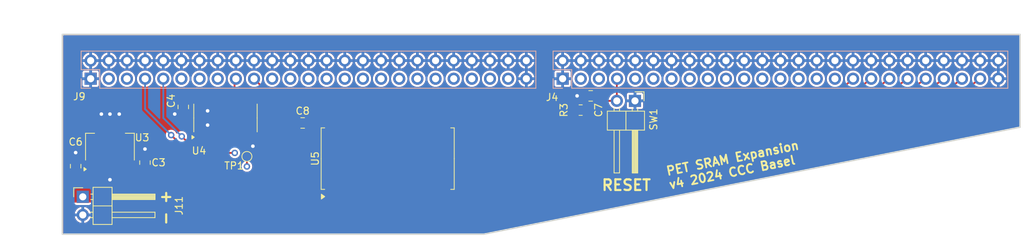
<source format=kicad_pcb>
(kicad_pcb (version 20221018) (generator pcbnew)

  (general
    (thickness 1.6)
  )

  (paper "A4")
  (title_block
    (title "CBM PET SRAM Expansion")
    (date "2024-03-10")
    (rev "4")
    (company "CCC Basel")
  )

  (layers
    (0 "F.Cu" signal)
    (31 "B.Cu" signal)
    (32 "B.Adhes" user "B.Adhesive")
    (33 "F.Adhes" user "F.Adhesive")
    (34 "B.Paste" user)
    (35 "F.Paste" user)
    (36 "B.SilkS" user "B.Silkscreen")
    (37 "F.SilkS" user "F.Silkscreen")
    (38 "B.Mask" user)
    (39 "F.Mask" user)
    (40 "Dwgs.User" user "User.Drawings")
    (41 "Cmts.User" user "User.Comments")
    (42 "Eco1.User" user "User.Eco1")
    (43 "Eco2.User" user "User.Eco2")
    (44 "Edge.Cuts" user)
    (45 "Margin" user)
    (46 "B.CrtYd" user "B.Courtyard")
    (47 "F.CrtYd" user "F.Courtyard")
    (48 "B.Fab" user)
    (49 "F.Fab" user)
    (50 "User.1" user)
    (51 "User.2" user)
    (52 "User.3" user)
    (53 "User.4" user)
    (54 "User.5" user)
    (55 "User.6" user)
    (56 "User.7" user)
    (57 "User.8" user)
    (58 "User.9" user)
  )

  (setup
    (stackup
      (layer "F.SilkS" (type "Top Silk Screen") (color "White"))
      (layer "F.Paste" (type "Top Solder Paste"))
      (layer "F.Mask" (type "Top Solder Mask") (color "Purple") (thickness 0.01))
      (layer "F.Cu" (type "copper") (thickness 0.035))
      (layer "dielectric 1" (type "core") (color "FR4 natural") (thickness 1.51) (material "FR4") (epsilon_r 4.5) (loss_tangent 0.02))
      (layer "B.Cu" (type "copper") (thickness 0.035))
      (layer "B.Mask" (type "Bottom Solder Mask") (color "Purple") (thickness 0.01))
      (layer "B.Paste" (type "Bottom Solder Paste"))
      (layer "B.SilkS" (type "Bottom Silk Screen") (color "White"))
      (copper_finish "None")
      (dielectric_constraints no)
    )
    (pad_to_mask_clearance 0)
    (aux_axis_origin 80 70)
    (pcbplotparams
      (layerselection 0x00013fc_ffffffff)
      (plot_on_all_layers_selection 0x0000000_00000000)
      (disableapertmacros false)
      (usegerberextensions false)
      (usegerberattributes true)
      (usegerberadvancedattributes true)
      (creategerberjobfile true)
      (dashed_line_dash_ratio 12.000000)
      (dashed_line_gap_ratio 3.000000)
      (svgprecision 4)
      (plotframeref false)
      (viasonmask false)
      (mode 1)
      (useauxorigin false)
      (hpglpennumber 1)
      (hpglpenspeed 20)
      (hpglpendiameter 15.000000)
      (dxfpolygonmode true)
      (dxfimperialunits true)
      (dxfusepcbnewfont true)
      (psnegative false)
      (psa4output false)
      (plotreference true)
      (plotvalue true)
      (plotinvisibletext false)
      (sketchpadsonfab false)
      (subtractmaskfromsilk true)
      (outputformat 1)
      (mirror false)
      (drillshape 0)
      (scaleselection 1)
      (outputdirectory "plot/")
    )
  )

  (net 0 "")
  (net 1 "+5V")
  (net 2 "GND")
  (net 3 "/BD0")
  (net 4 "/BD1")
  (net 5 "/BD2")
  (net 6 "/BD3")
  (net 7 "/BD4")
  (net 8 "/BD5")
  (net 9 "/BD6")
  (net 10 "/BD7")
  (net 11 "/~{SEL2}")
  (net 12 "/~{SEL3}")
  (net 13 "/~{SEL4}")
  (net 14 "/~{SEL5}")
  (net 15 "/~{SEL6}")
  (net 16 "/~{SEL7}")
  (net 17 "/~{SEL8}")
  (net 18 "/~{SEL9}")
  (net 19 "/~{SELA}")
  (net 20 "/~{SELB}")
  (net 21 "/~{RESET}")
  (net 22 "/READY")
  (net 23 "/~{NMI}")
  (net 24 "/BA0")
  (net 25 "/BA1")
  (net 26 "/BA2")
  (net 27 "/BA3")
  (net 28 "/BA4")
  (net 29 "/BA5")
  (net 30 "/BA6")
  (net 31 "/BA7")
  (net 32 "/BA8")
  (net 33 "/BA9")
  (net 34 "/BA10")
  (net 35 "/BA11")
  (net 36 "/BA12")
  (net 37 "/BA13")
  (net 38 "/BA14")
  (net 39 "/BA15")
  (net 40 "/SYNC")
  (net 41 "/~{IRQ}")
  (net 42 "/CPHI2")
  (net 43 "/BR{slash}W")
  (net 44 "/~{BR{slash}W}")
  (net 45 "unconnected-(J4-Pin_9-Pad9)")
  (net 46 "unconnected-(J4-Pin_11-Pad11)")
  (net 47 "/~{CE}")
  (net 48 "unconnected-(J9-Pin_3-Pad3)")
  (net 49 "unconnected-(J9-Pin_11-Pad11)")
  (net 50 "+9V")
  (net 51 "Net-(U4-Pad3)")
  (net 52 "unconnected-(U4-Pad12)")

  (footprint "Resistor_SMD:R_0805_2012Metric" (layer "F.Cu") (at 152.4 80.5 180))

  (footprint "Package_SO:SOIC-14_3.9x8.7mm_P1.27mm" (layer "F.Cu") (at 102.7 81.6 90))

  (footprint "Capacitor_SMD:C_0805_2012Metric" (layer "F.Cu") (at 153.8 78.5 180))

  (footprint "Capacitor_SMD:C_0805_2012Metric" (layer "F.Cu") (at 96.8 80.05 -90))

  (footprint "TestPoint:TestPoint_Pad_D1.0mm" (layer "F.Cu") (at 105.7 87))

  (footprint "onitake:SOP-28_8.4x18.4mm_P1.27mm" (layer "F.Cu") (at 125.4 87.3 90))

  (footprint "Capacitor_SMD:C_0805_2012Metric" (layer "F.Cu") (at 91.436 87.856 -90))

  (footprint "Connector_PinHeader_2.54mm:PinHeader_1x02_P2.54mm_Horizontal" (layer "F.Cu") (at 82.736 92.656))

  (footprint "Connector_PinHeader_2.54mm:PinHeader_1x02_P2.54mm_Horizontal" (layer "F.Cu") (at 160 79.2 -90))

  (footprint "Capacitor_SMD:C_0805_2012Metric" (layer "F.Cu") (at 113.5 82.3))

  (footprint "Capacitor_SMD:C_0805_2012Metric" (layer "F.Cu") (at 81.736 88.356 -90))

  (footprint "Package_TO_SOT_SMD:SOT-223-3_TabPin2" (layer "F.Cu") (at 86.536 85.656 90))

  (footprint "Connector_PinSocket_2.54mm:PinSocket_2x25_P2.54mm_Vertical" (layer "B.Cu") (at 83.836 76.096 -90))

  (footprint "Connector_PinSocket_2.54mm:PinSocket_2x25_P2.54mm_Vertical" (layer "B.Cu") (at 149.876 76.096 -90))

  (gr_poly
    (pts
      (xy 79.876923 69.884615)
      (xy 79.876923 97.884615)
      (xy 138.876923 97.884615)
      (xy 213.876923 82.884615)
      (xy 213.876923 69.884615)
    )

    (stroke (width 0.2) (type solid)) (fill none) (layer "Edge.Cuts") (tstamp be272d7d-28fb-4a21-b5a9-ddee6de1039e))
  (gr_text "RESET" (at 155.2 91.9) (layer "F.SilkS") (tstamp ada680d6-551e-4b61-90bd-9334076f4bff)
    (effects (font (size 1.5 1.5) (thickness 0.3) bold) (justify left bottom))
  )
  (gr_text "PET SRAM Expansion\nv4 2024 CCC Basel" (at 164.8 91.7 11.309) (layer "F.SilkS") (tstamp b8bf4f42-fff9-456d-9deb-5c596e5468c6)
    (effects (font (size 1.2 1.2) (thickness 0.25) bold) (justify left bottom))
  )
  (gr_text "+ -" (at 93.636 91.556 270) (layer "F.SilkS") (tstamp f575302a-e095-4194-ad15-ebc506393443)
    (effects (font (size 1.5 1.5) (thickness 0.3) bold) (justify left bottom))
  )
  (dimension (type aligned) (layer "Dwgs.User") (tstamp 25c5cbdf-1465-4209-b7a4-4f41b235d643)
    (pts (xy 80 70) (xy 80 98))
    (height 2.764)
    (gr_text "28.0000 mm" (at 76.086 84 90) (layer "Dwgs.User") (tstamp 25c5cbdf-1465-4209-b7a4-4f41b235d643)
      (effects (font (size 1 1) (thickness 0.15)))
    )
    (format (prefix "") (suffix "") (units 3) (units_format 1) (precision 4))
    (style (thickness 0.15) (arrow_length 1.27) (text_position_mode 0) (extension_height 0.58642) (extension_offset 0.5) keep_text_aligned)
  )
  (dimension (type aligned) (layer "Dwgs.User") (tstamp dd05ee48-d460-4f4a-ba7d-423e1f3733ea)
    (pts (xy 214 70) (xy 80 70))
    (height 2.944)
    (gr_text "134.0000 mm" (at 147 65.906) (layer "Dwgs.User") (tstamp dd05ee48-d460-4f4a-ba7d-423e1f3733ea)
      (effects (font (size 1 1) (thickness 0.15)))
    )
    (format (prefix "") (suffix "") (units 3) (units_format 1) (precision 4))
    (style (thickness 0.15) (arrow_length 1.27) (text_position_mode 0) (extension_height 0.58642) (extension_offset 0.5) keep_text_aligned)
  )

  (segment (start 91.436 86.906) (end 91.436 85.956) (width 0.25) (layer "F.Cu") (net 2) (tstamp 011df45a-c56a-4cc1-9390-1a39d77c223f))
  (segment (start 100.16 82.64) (end 100.2 82.6) (width 0.25) (layer "F.Cu") (net 2) (tstamp 08643dd7-0e56-4c10-8129-6da5e9ff696d))
  (segment (start 152.85 78.5) (end 151.9 78.5) (width 0.25) (layer "F.Cu") (net 2) (tstamp 09936fb2-eb94-4d8a-9873-04801f5759f6))
  (segment (start 106.546 84.181) (end 106.546 85.546) (width 0.25) (layer "F.Cu") (net 2) (tstamp 1989c981-e8c9-437e-aa18-336ba27d20e3))
  (segment (start 86.536 82.506) (end 86.536 82.356) (width 0.25) (layer "F.Cu") (net 2) (tstamp 362d9b5f-ddf7-4b1b-9215-d9322123890b))
  (segment (start 81.736 87.406) (end 81.736 86.456) (width 0.25) (layer "F.Cu") (net 2) (tstamp 3f95890b-961e-49b9-9d7b-2cd1f8c21a78))
  (segment (start 87.836 81.056) (end 87.836 81.206) (width 0.25) (layer "F.Cu") (net 2) (tstamp 42078092-6477-4064-9e11-ff3e9c803262))
  (segment (start 86.536 82.506) (end 86.536 81.056) (width 0.25) (layer "F.Cu") (net 2) (tstamp 68effc70-a377-4b29-a7e5-3ae799e4d3e2))
  (segment (start 86.536 88.806) (end 86.536 90.256) (width 0.25) (layer "F.Cu") (net 2) (tstamp 889a37ba-2ec4-4389-821d-231ac85d581b))
  (segment (start 100.16 79.125) (end 100.16 80.56) (width 0.25) (layer "F.Cu") (net 2) (tstamp 9078e618-2aa9-43e9-958d-a3c79df963c4))
  (segment (start 87.836 81.206) (end 86.536 82.506) (width 0.25) (layer "F.Cu") (net 2) (tstamp ab747960-7093-45f9-b1f1-cd9fd0f1d8b8))
  (segment (start 98.89 84.075) (end 100.16 84.075) (width 0.25) (layer "F.Cu") (net 2) (tstamp ad363c8d-bb74-4beb-bc6b-70b8237f3fd4))
  (segment (start 100.16 80.56) (end 100.2 80.6) (width 0.25) (layer "F.Cu") (net 2) (tstamp b20ca6bd-30a2-4d0c-91ff-418769c11137))
  (segment (start 85.336 81.306) (end 85.336 81.056) (width 0.25) (layer "F.Cu") (net 2) (tstamp d3c403c2-b69d-4e1c-99b8-149abd142414))
  (segment (start 86.536 82.506) (end 85.336 81.306) (width 0.25) (layer "F.Cu") (net 2) (tstamp d6491325-e906-477a-8f83-c8392cc6110f))
  (segment (start 106.546 85.546) (end 106.536 85.556) (width 0.25) (layer "F.Cu") (net 2) (tstamp e50a67c0-8908-49ba-b1df-c003ad73d663))
  (segment (start 100.16 84.075) (end 100.16 82.64) (width 0.25) (layer "F.Cu") (net 2) (tstamp f412aecd-c210-4b3d-8eb9-e882dd5c501e))
  (segment (start 95.644 81.006) (end 95.6 81.05) (width 0.25) (layer "F.Cu") (net 2) (tstamp f5e250d8-bd92-4f93-83c9-a7dd879221ca))
  (segment (start 96.786 81.006) (end 95.644 81.006) (width 0.25) (layer "F.Cu") (net 2) (tstamp fbbf6420-a820-4acd-bd20-864b2326a1d4))
  (via (at 86.536 81.056) (size 0.9) (drill 0.5) (layers "F.Cu" "B.Cu") (net 2) (tstamp 0da8a494-c134-49fe-b3a9-f9b3426eed95))
  (via (at 86.536 90.256) (size 0.9) (drill 0.5) (layers "F.Cu" "B.Cu") (net 2) (tstamp 3cfaebeb-7fe8-4b5d-92f6-c84a2aab1056))
  (via (at 91.436 85.956) (size 0.9) (drill 0.5) (layers "F.Cu" "B.Cu") (net 2) (tstamp 435c66de-af88-4171-a0b0-b8a13dccdc14))
  (via (at 95.6 81.05) (size 0.9) (drill 0.5) (layers "F.Cu" "B.Cu") (net 2) (tstamp 499cbfd1-0075-484f-a404-c5eff30afd46))
  (via (at 100.2 82.6) (size 0.9) (drill 0.5) (layers "F.Cu" "B.Cu") (net 2) (tstamp 672268ce-e32c-4812-ad17-6428ea38b051))
  (via (at 106.536 85.556) (size 0.9) (drill 0.5) (layers "F.Cu" "B.Cu") (net 2) (tstamp 6de8f9c1-096d-41ff-a901-6a6dfa13d2ec))
  (via (at 85.336 81.056) (size 0.9) (drill 0.5) (layers "F.Cu" "B.Cu") (net 2) (tstamp 7eec2928-bca4-4d37-9646-3aba21192767))
  (via (at 87.836 81.056) (size 0.9) (drill 0.5) (layers "F.Cu" "B.Cu") (net 2) (tstamp 83324a08-e1b8-4a03-8032-158e41eae093))
  (via (at 81.736 86.456) (size 0.9) (drill 0.5) (layers "F.Cu" "B.Cu") (net 2) (tstamp 937a74fe-deb6-42a4-9615-0ba7fc53e4ce))
  (via (at 151.9 78.5) (size 0.9) (drill 0.5) (layers "F.Cu" "B.Cu") (net 2) (tstamp a612e9e5-1c63-443a-8260-f00bab1076ae))
  (via (at 100.2 80.6) (size 0.9) (drill 0.5) (layers "F.Cu" "B.Cu") (net 2) (tstamp e16e416c-8c3d-4eb4-896d-6bc0042c9b80))
  (segment (start 198.236 83.456) (end 208.296 76.096) (width 0.25) (layer "F.Cu") (net 3) (tstamp 5f48dd48-ebc5-4c5f-bcab-c23a9c526fd4))
  (segment (start 122.0235 90.956) (end 127.236 90.956) (width 0.25) (layer "F.Cu") (net 3) (tstamp 82451621-5713-4c11-91ec-1464e770cb62))
  (segment (start 127.236 90.956) (end 198.236 83.456) (width 0.25) (layer "F.Cu") (net 3) (tstamp 835ab5a1-f868-4b47-a523-e2ca04110ca7))
  (segment (start 127.236 90.156) (end 197.136 82.556) (width 0.25) (layer "F.Cu") (net 4) (tstamp 02d19dff-a912-4c0d-8d41-c09cdd687ea6))
  (segment (start 197.136 82.556) (end 205.756 76.096) (width 0.25) (layer "F.Cu") (net 4) (tstamp a7e4fffc-9c57-4788-bf5e-543a4ae7b240))
  (segment (start 122.0235 90.156) (end 127.236 90.156) (width 0.25) (layer "F.Cu") (net 4) (tstamp cd175cb7-98a1-481b-bff3-bb2edeca757c))
  (segment (start 127.236 89.356) (end 195.436 81.756) (width 0.25) (layer "F.Cu") (net 5) (tstamp 3b9d4edd-cd89-47f1-baf3-2a99385e6579))
  (segment (start 122.0235 89.356) (end 127.236 89.356) (width 0.25) (layer "F.Cu") (net 5) (tstamp 95b176f2-f12c-4764-8f4f-7434db73f48c))
  (segment (start 195.436 81.756) (end 203.216 76.096) (width 0.25) (layer "F.Cu") (net 5) (tstamp be87b0d6-0f90-4588-bb6c-a81be9b02549))
  (segment (start 122.0235 88.556) (end 127.236 88.556) (width 0.25) (layer "F.Cu") (net 6) (tstamp 0642edb1-5e44-4987-8698-e34388662104))
  (segment (start 193.936 80.956) (end 200.676 76.096) (width 0.25) (layer "F.Cu") (net 6) (tstamp 4e76c70b-60ed-4433-9857-4afdae5bbfb4))
  (segment (start 127.236 88.556) (end 193.936 80.956) (width 0.25) (layer "F.Cu") (net 6) (tstamp ae014804-4bcd-42af-952a-1c7012760ca3))
  (segment (start 138.636 86.156) (end 122.0235 86.156) (width 0.25) (layer "F.Cu") (net 7) (tstamp 18106df3-a01b-41e3-ab1d-22ccd183db8e))
  (segment (start 192.536 80.156) (end 138.636 86.156) (width 0.25) (layer "F.Cu") (net 7) (tstamp 87330fb0-7ba5-4249-89cd-d3da11a912aa))
  (segment (start 198.136 76.096) (end 192.536 80.156) (width 0.25) (layer "F.Cu") (net 7) (tstamp b15e6981-0138-4226-a6a5-0d4639d80d1c))
  (segment (start 138.636 85.356) (end 191.336 79.256) (width 0.25) (layer "F.Cu") (net 8) (tstamp 01e109a5-e999-410d-b49b-322c4b56062d))
  (segment (start 191.336 79.256) (end 195.596 76.096) (width 0.25) (layer "F.Cu") (net 8) (tstamp 783dcef2-8806-4070-aca7-381e809ed0dd))
  (segment (start 122.0235 85.356) (end 138.636 85.356) (width 0.25) (layer "F.Cu") (net 8) (tstamp dfce4006-ef62-40d0-bc1e-211bc2da1ccf))
  (segment (start 138.636 84.556) (end 122.0235 84.556) (width 0.25) (layer "F.Cu") (net 9) (tstamp a45e4668-8b22-4f92-8a93-16d0f7ae8ab6))
  (segment (start 189.936 78.456) (end 138.636 84.556) (width 0.25) (layer "F.Cu") (net 9) (tstamp b7cf3c08-4566-493d-81fc-76152365f243))
  (segment (start 193.056 76.096) (end 189.936 78.456) (width 0.25) (layer "F.Cu") (net 9) (tstamp e39a6c5a-9dea-4971-a421-836b654259a4))
  (segment (start 188.836 77.556) (end 138.636 83.756) (width 0.25) (layer "F.Cu") (net 10) (tstamp 23e087a9-501e-47be-9f7e-e404df1bcd4d))
  (segment (start 190.516 76.096) (end 188.836 77.556) (width 0.25) (layer "F.Cu") (net 10) (tstamp 35c33f3e-350f-44e5-884f-54e4e6bee590))
  (segment (start 138.636 83.756) (end 122.0235 83.756) (width 0.25) (layer "F.Cu") (net 10) (tstamp b3a1d0ac-fa74-4b88-a341-6b95fbb546be))
  (segment (start 157.46 76.132) (end 157.46 79.2) (width 0.25) (layer "F.Cu") (net 21) (tstamp 1c58a734-9233-4765-bf81-0cce6e05021e))
  (segment (start 154.75 78.75) (end 153.3125 80.1875) (width 0.25) (layer "F.Cu") (net 21) (tstamp 2314484d-83af-4de8-99af-5dbf64b0f33e))
  (segment (start 153.3125 80.1875) (end 153.3125 80.5) (width 0.25) (layer "F.Cu") (net 21) (tstamp 4cf663d1-14a0-49a5-a48a-5e9dbe418a22))
  (segment (start 154.75 78.5) (end 154.75 78.75) (width 0.25) (layer "F.Cu") (net 21) (tstamp 68a30df9-a8f4-4cac-abab-6d9f5f5f4622))
  (segment (start 157.46 79.2) (end 155.3 79.2) (width 0.25) (layer "F.Cu") (net 21) (tstamp 9d49c2a8-c902-4399-b6ef-b6a1522720ae))
  (segment (start 154.75 78.65) (end 154.75 78.5) (width 0.25) (layer "F.Cu") (net 21) (tstamp a56ab1e9-35bb-4f82-94b1-8fa3b754c032))
  (segment (start 155.3 79.2) (end 154.75 78.65) (width 0.25) (layer "F.Cu") (net 21) (tstamp cec41576-a285-4f01-bf4f-ade479f91936))
  (segment (start 157.496 76.096) (end 157.46 76.132) (width 0.25) (layer "F.Cu") (net 21) (tstamp f34e2ea7-c6f2-44b5-9267-d6e5baf0f496))
  (segment (start 109.136 76.196) (end 109.236 76.096) (width 0.25) (layer "F.Cu") (net 37) (tstamp 15dc3a1a-47b5-487a-9e40-1f1792c8fe7b))
  (segment (start 104.5 81.6) (end 106.2 81.6) (width 0.25) (layer "F.Cu") (net 38) (tstamp 08b11300-dee7-47b1-b891-5627f72d95c1))
  (segment (start 107.5 76.9) (end 106.696 76.096) (width 0.25) (layer "F.Cu") (net 38) (tstamp 1e3c5a9a-9f2b-435c-a06a-bf713fa1f445))
  (segment (start 102.7 83.4) (end 104.5 81.6) (width 0.25) (layer "F.Cu") (net 38) (tstamp 2a4bdd2f-066d-46d8-904a-cdb594a9e06e))
  (segment (start 102.7 84.075) (end 102.7 83.4) (width 0.25) (layer "F.Cu") (net 38) (tstamp 319fb3d9-a79f-463a-be65-b582266ec84e))
  (segment (start 107.5 80.3) (end 107.5 76.9) (width 0.25) (layer "F.Cu") (net 38) (tstamp 9902aad7-94f7-45e9-91a9-f8a71f62a90f))
  (segment (start 106.2 81.6) (end 107.5 80.3) (width 0.25) (layer "F.Cu") (net 38) (tstamp a7b1bb26-c106-41e1-bdc1-beb60c69655c))
  (segment (start 103.97 79.125) (end 105.24 79.125) (width 0.25) (layer "F.Cu") (net 39) (tstamp 0cca3213-6116-48fa-bba8-d27027c330d0))
  (segment (start 103.97 76.282) (end 104.156 76.096) (width 0.25) (layer "F.Cu") (net 39) (tstamp 26b55789-3e48-48f5-a9ab-2bf926370073))
  (segment (start 102.7 79.125) (end 103.97 79.125) (width 0.25) (layer "F.Cu") (net 39) (tstamp 7b8243cb-5ef6-4982-ba0b-04bee56dd766))
  (segment (start 103.97 79.125) (end 103.97 76.282) (width 0.25) (layer "F.Cu") (net 39) (tstamp 84bc0388-10dc-44dd-9ab2-6a9e50b612ca))
  (segment (start 98.1 85.7) (end 96.581 84.181) (width 0.25) (layer "F.Cu") (net 42) (tstamp 5511dabb-f422-4236-99bd-88304e02d1ac))
  (segment (start 103.2 85.7) (end 98.1 85.7) (width 0.25) (layer "F.Cu") (net 42) (tstamp 7c6a7598-c628-4df0-8885-4f2b0eb183a2))
  (segment (start 104.006 84.894) (end 103.2 85.7) (width 0.25) (layer "F.Cu") (net 42) (tstamp a29e8e6c-d9e5-462e-aef3-5dc09603483a))
  (segment (start 104.006 84.181) (end 104.006 84.894) (width 0.25) (layer "F.Cu") (net 42) (tstamp fb1c2f0b-27ce-40dd-9fb7-91bd4b57a686))
  (via (at 96.581 84.181) (size 0.9) (drill 0.5) (layers "F.Cu" "B.Cu") (net 42) (tstamp a74c2284-d92f-4cd9-9251-ae43359d094f))
  (segment (start 96.581 84.181) (end 94 81.6) (width 0.25) (layer "B.Cu") (net 42) (tstamp 457d307e-7a35-4104-96bb-bd1525611b6a))
  (segment (start 94 81.6) (end 94 76.1) (width 0.25) (layer "B.Cu") (net 42) (tstamp 7d4db51c-69f5-41ff-bd93-1b03d2b3d40d))
  (segment (start 94 76.1) (end 93.996 76.096) (width 0.25) (layer "B.Cu") (net 42) (tstamp ab6879a5-914e-492e-ab46-6fbf3305cec5))
  (segment (start 97.6 86.5) (end 95.1 84) (width 0.25) (layer "F.Cu") (net 43) (tstamp 3c67bb1f-3b6a-4149-8f96-97d0aa3ebdd4))
  (segment (start 102.5 86.5) (end 104 86.5) (width 0.25) (layer "F.Cu") (net 43) (tstamp 603fcff7-1c30-49d2-b499-fd42587d6cd1))
  (segment (start 102.5 86.5) (end 97.6 86.5) (width 0.25) (layer "F.Cu") (net 43) (tstamp a118375b-2be7-4dce-b9aa-b3ad11a14bf2))
  (via (at 95.1 84) (size 0.9) (drill 0.5) (layers "F.Cu" "B.Cu") (net 43) (tstamp 4687cea2-3ac2-4b94-8ebf-b4211242dff8))
  (via (at 104 86.5) (size 0.9) (drill 0.5) (layers "F.Cu" "B.Cu") (net 43) (tstamp d8eacfae-0cda-44e0-bf11-c6d6dee46ee6))
  (segment (start 91.45 76.102) (end 91.456 76.096) (width 0.25) (layer "B.Cu") (net 43) (tstamp 034a850e-8efd-441b-b002-7177c771cdd2))
  (segment (start 91.45 80.35) (end 91.45 76.102) (width 0.25) (layer "B.Cu") (net 43) (tstamp 07443818-8c74-4f09-b80c-2dff1ffafbc8))
  (segment (start 95.1 84) (end 91.45 80.35) (width 0.25) (layer "B.Cu") (net 43) (tstamp f36d7b33-1f9b-4bc2-8a85-7cf6017fd168))
  (segment (start 105.7 87) (end 105.7 88.4) (width 0.25) (layer "F.Cu") (net 47) (tstamp 226c49bd-edc4-4e34-98ce-033a6a1bb280))
  (segment (start 105.276 84.181) (end 105.276 86.576) (width 0.25) (layer "F.Cu") (net 47) (tstamp 61683917-b88c-45a9-a829-d1a24dbeab8f))
  (segment (start 105.276 86.576) (end 105.7 87) (width 0.25) (layer "F.Cu") (net 47) (tstamp da09ce52-e9ec-4c80-8672-71be7a81abf8))
  (via (at 105.7 88.4) (size 0.9) (drill 0.5) (layers "F.Cu" "B.Cu") (net 47) (tstamp 12eab838-bbc1-40e8-ad2f-bb643a9ea58c))
  (segment (start 106.51 79.79) (end 106.51 79.125) (width 0.25) (layer "F.Cu") (net 51) (tstamp 077d6cf2-c900-4318-a7c5-835baa586329))
  (segment (start 104 80.8) (end 105.5 80.8) (width 0.25) (layer "F.Cu") (net 51) (tstamp 275a89c8-a6a4-4012-ba30-0bf8d01dba12))
  (segment (start 101.43 83.37) (end 104 80.8) (width 0.25) (layer "F.Cu") (net 51) (tstamp 41bf6eae-125d-48d4-abca-0dc795f96980))
  (segment (start 101.43 84.075) (end 101.43 83.37) (width 0.25) (layer "F.Cu") (net 51) (tstamp 72a5997e-c559-4fde-9521-381d54c1f54c))
  (segment (start 105.5 80.8) (end 106.51 79.79) (width 0.25) (layer "F.Cu") (net 51) (tstamp 90c8927c-a017-4cc7-9ab6-7b0f2d2854ec))

  (zone (net 1) (net_name "+5V") (layer "F.Cu") (tstamp 28ff3e11-f060-4459-a227-48c70b8cedca) (hatch edge 0.5)
    (connect_pads (clearance 0.3))
    (min_thickness 0.2) (filled_areas_thickness no)
    (fill yes (thermal_gap 0.4) (thermal_bridge_width 0.4))
    (polygon
      (pts
        (xy 80 98)
        (xy 214 98)
        (xy 214 70)
        (xy 80 70)
      )
    )
    (filled_polygon
      (layer "F.Cu")
      (pts
        (xy 213.835614 70.018907)
        (xy 213.871578 70.068407)
        (xy 213.876423 70.099)
        (xy 213.876423 82.803044)
        (xy 213.857516 82.861235)
        (xy 213.808016 82.897199)
        (xy 213.796838 82.900121)
        (xy 138.886488 97.882192)
        (xy 138.867073 97.884115)
        (xy 80.099 97.884115)
        (xy 80.040809 97.865208)
        (xy 80.004845 97.815708)
        (xy 80 97.785115)
        (xy 80 95.196)
        (xy 81.580571 95.196)
        (xy 81.600244 95.40831)
        (xy 81.658595 95.613389)
        (xy 81.753634 95.804255)
        (xy 81.882128 95.974407)
        (xy 81.882135 95.974413)
        (xy 82.039692 96.118047)
        (xy 82.039699 96.118053)
        (xy 82.143389 96.182255)
        (xy 82.220981 96.230298)
        (xy 82.419802 96.307321)
        (xy 82.62939 96.3465)
        (xy 82.84261 96.3465)
        (xy 83.052198 96.307321)
        (xy 83.251019 96.230298)
        (xy 83.432302 96.118052)
        (xy 83.589872 95.974407)
        (xy 83.718366 95.804255)
        (xy 83.813405 95.613389)
        (xy 83.871756 95.40831)
        (xy 83.891429 95.196)
        (xy 83.871756 94.98369)
        (xy 83.813405 94.778611)
        (xy 83.718366 94.587745)
        (xy 83.589872 94.417593)
        (xy 83.535623 94.368139)
        (xy 83.432307 94.273952)
        (xy 83.4323 94.273946)
        (xy 83.251024 94.161705)
        (xy 83.251019 94.161702)
        (xy 83.052195 94.084678)
        (xy 82.84261 94.0455)
        (xy 82.62939 94.0455)
        (xy 82.419804 94.084678)
        (xy 82.22098 94.161702)
        (xy 82.220975 94.161705)
        (xy 82.039699 94.273946)
        (xy 82.039692 94.273952)
        (xy 81.882135 94.417586)
        (xy 81.882131 94.417589)
        (xy 81.882128 94.417593)
        (xy 81.882125 94.417597)
        (xy 81.753635 94.587743)
        (xy 81.75363 94.587752)
        (xy 81.658596 94.778608)
        (xy 81.600244 94.983688)
        (xy 81.600244 94.98369)
        (xy 81.580571 95.196)
        (xy 80 95.196)
        (xy 80 89.599106)
        (xy 80.7105 89.599106)
        (xy 80.721123 89.687564)
        (xy 80.723597 89.693837)
        (xy 80.7305 89.730157)
        (xy 80.7305 93.357)
        (xy 80.734261 93.404786)
        (xy 80.737983 93.428289)
        (xy 80.739106 93.43538)
        (xy 80.739106 93.435385)
        (xy 80.745512 93.465752)
        (xy 80.745514 93.465757)
        (xy 80.793689 93.567158)
        (xy 80.793695 93.567168)
        (xy 80.823488 93.608175)
        (xy 80.829655 93.616662)
        (xy 80.872876 93.662348)
        (xy 80.883824 93.67392)
        (xy 80.982401 93.727639)
        (xy 80.982403 93.72764)
        (xy 81.040596 93.746548)
        (xy 81.040593 93.746548)
        (xy 81.134997 93.7615)
        (xy 81.135 93.7615)
        (xy 81.699811 93.7615)
        (xy 81.739798 93.769935)
        (xy 81.748624 93.773832)
        (xy 81.816009 93.803585)
        (xy 81.841135 93.8065)
        (xy 83.630864 93.806499)
        (xy 83.655991 93.803585)
        (xy 83.732201 93.769934)
        (xy 83.772189 93.7615)
        (xy 84.936993 93.7615)
        (xy 84.937 93.7615)
        (xy 84.984786 93.757739)
        (xy 85.015379 93.752894)
        (xy 85.015384 93.752893)
        (xy 85.015385 93.752893)
        (xy 85.027116 93.750418)
        (xy 85.045754 93.746487)
        (xy 85.147162 93.698309)
        (xy 85.196662 93.662345)
        (xy 85.205193 93.654274)
        (xy 116.5445 93.654274)
        (xy 116.547353 93.684694)
        (xy 116.547355 93.684703)
        (xy 116.592207 93.812883)
        (xy 116.672845 93.922144)
        (xy 116.672847 93.922146)
        (xy 116.67285 93.92215)
        (xy 116.672853 93.922152)
        (xy 116.672855 93.922154)
        (xy 116.782116 94.002792)
        (xy 116.782117 94.002792)
        (xy 116.782118 94.002793)
        (xy 116.910301 94.047646)
        (xy 116.940725 94.050499)
        (xy 116.940727 94.0505)
        (xy 116.940734 94.0505)
        (xy 117.349273 94.0505)
        (xy 117.349273 94.050499)
        (xy 117.379699 94.047646)
        (xy 117.507882 94.002793)
        (xy 117.61715 93.92215)
        (xy 117.650744 93.87663)
        (xy 117.700345 93.809425)
        (xy 117.750112 93.773832)
        (xy 117.811296 93.77429)
        (xy 117.859655 93.809425)
        (xy 117.942845 93.922144)
        (xy 117.942847 93.922146)
        (xy 117.94285 93.92215)
        (xy 117.942853 93.922152)
        (xy 117.942855 93.922154)
        (xy 118.052116 94.002792)
        (xy 118.052117 94.002792)
        (xy 118.052118 94.002793)
        (xy 118.180301 94.047646)
        (xy 118.210725 94.050499)
        (xy 118.210727 94.0505)
        (xy 118.210734 94.0505)
        (xy 118.619273 94.0505)
        (xy 118.619273 94.050499)
        (xy 118.649699 94.047646)
        (xy 118.777882 94.002793)
        (xy 118.88715 93.92215)
        (xy 118.920744 93.87663)
        (xy 118.970345 93.809425)
        (xy 119.020112 93.773832)
        (xy 119.081296 93.77429)
        (xy 119.129655 93.809425)
        (xy 119.212845 93.922144)
        (xy 119.212847 93.922146)
        (xy 119.21285 93.92215)
        (xy 119.212853 93.922152)
        (xy 119.212855 93.922154)
        (xy 119.322116 94.002792)
        (xy 119.322117 94.002792)
        (xy 119.322118 94.002793)
        (xy 119.450301 94.047646)
        (xy 119.480725 94.050499)
        (xy 119.480727 94.0505)
        (xy 119.480734 94.0505)
        (xy 119.889273 94.0505)
        (xy 119.889273 94.050499)
        (xy 119.919699 94.047646)
        (xy 120.047882 94.002793)
        (xy 120.15715 93.92215)
        (xy 120.190744 93.87663)
        (xy 120.240345 93.809425)
        (xy 120.290112 93.773832)
        (xy 120.351296 93.77429)
        (xy 120.399655 93.809425)
        (xy 120.482845 93.922144)
        (xy 120.482847 93.922146)
        (xy 120.48285 93.92215)
        (xy 120.482853 93.922152)
        (xy 120.482855 93.922154)
        (xy 120.592116 94.002792)
        (xy 120.592117 94.002792)
        (xy 120.592118 94.002793)
        (xy 120.720301 94.047646)
        (xy 120.750725 94.050499)
        (xy 120.750727 94.0505)
        (xy 120.750734 94.0505)
        (xy 121.159273 94.0505)
        (xy 121.159273 94.050499)
        (xy 121.189699 94.047646)
        (xy 121.317882 94.002793)
        (xy 121.42715 93.92215)
        (xy 121.460744 93.87663)
        (xy 121.510345 93.809425)
        (xy 121.560112 93.773832)
        (xy 121.621296 93.77429)
        (xy 121.669655 93.809425)
        (xy 121.752845 93.922144)
        (xy 121.752847 93.922146)
        (xy 121.75285 93.92215)
        (xy 121.752853 93.922152)
        (xy 121.752855 93.922154)
        (xy 121.862116 94.002792)
        (xy 121.862117 94.002792)
        (xy 121.862118 94.002793)
        (xy 121.990301 94.047646)
        (xy 122.020725 94.050499)
        (xy 122.020727 94.0505)
        (xy 122.020734 94.0505)
        (xy 122.429273 94.0505)
        (xy 122.429273 94.050499)
        (xy 122.459699 94.047646)
        (xy 122.587882 94.002793)
        (xy 122.69715 93.92215)
        (xy 122.730744 93.87663)
        (xy 122.780345 93.809425)
        (xy 122.830112 93.773832)
        (xy 122.891296 93.77429)
        (xy 122.939655 93.809425)
        (xy 123.022845 93.922144)
        (xy 123.022847 93.922146)
        (xy 123.02285 93.92215)
        (xy 123.022853 93.922152)
        (xy 123.022855 93.922154)
        (xy 123.132116 94.002792)
        (xy 123.132117 94.002792)
        (xy 123.132118 94.002793)
        (xy 123.260301 94.047646)
        (xy 123.290725 94.050499)
        (xy 123.290727 94.0505)
        (xy 123.290734 94.0505)
        (xy 123.699273 94.0505)
        (xy 123.699273 94.050499)
        (xy 123.729699 94.047646)
        (xy 123.857882 94.002793)
        (xy 123.96715 93.92215)
        (xy 124.000744 93.87663)
        (xy 124.050345 93.809425)
        (xy 124.100112 93.773832)
        (xy 124.161296 93.77429)
        (xy 124.209655 93.809425)
        (xy 124.292845 93.922144)
        (xy 124.292847 93.922146)
        (xy 124.29285 93.92215)
        (xy 124.292853 93.922152)
        (xy 124.292855 93.922154)
        (xy 124.402116 94.002792)
        (xy 124.402117 94.002792)
        (xy 124.402118 94.002793)
        (xy 124.530301 94.047646)
        (xy 124.560725 94.050499)
        (xy 124.560727 94.0505)
        (xy 124.560734 94.0505)
        (xy 124.969273 94.0505)
        (xy 124.969273 94.050499)
        (xy 124.999699 94.047646)
        (xy 125.127882 94.002793)
        (xy 125.23715 93.92215)
        (xy 125.270744 93.87663)
        (xy 125.320345 93.809425)
        (xy 125.370112 93.773832)
        (xy 125.431296 93.77429)
        (xy 125.479655 93.809425)
        (xy 125.562845 93.922144)
        (xy 125.562847 93.922146)
        (xy 125.56285 93.92215)
        (xy 125.562853 93.922152)
        (xy 125.562855 93.922154)
        (xy 125.672116 94.002792)
        (xy 125.672117 94.002792)
        (xy 125.672118 94.002793)
        (xy 125.800301 94.047646)
        (xy 125.830725 94.050499)
        (xy 125.830727 94.0505)
        (xy 125.830734 94.0505)
        (xy 126.239273 94.0505)
        (xy 126.239273 94.050499)
        (xy 126.269699 94.047646)
        (xy 126.397882 94.002793)
        (xy 126.50715 93.92215)
        (xy 126.540744 93.87663)
        (xy 126.590345 93.809425)
        (xy 126.640112 93.773832)
        (xy 126.701296 93.77429)
        (xy 126.749655 93.809425)
        (xy 126.832845 93.922144)
        (xy 126.832847 93.922146)
        (xy 126.83285 93.92215)
        (xy 126.832853 93.922152)
        (xy 126.832855 93.922154)
        (xy 126.942116 94.002792)
        (xy 126.942117 94.002792)
        (xy 126.942118 94.002793)
        (xy 127.070301 94.047646)
        (xy 127.100725 94.050499)
        (xy 127.100727 94.0505)
        (xy 127.100734 94.0505)
        (xy 127.509273 94.0505)
        (xy 127.509273 94.050499)
        (xy 127.539699 94.047646)
        (xy 127.667882 94.002793)
        (xy 127.77715 93.92215)
        (xy 127.810744 93.87663)
        (xy 127.860345 93.809425)
        (xy 127.910112 93.773832)
        (xy 127.971296 93.77429)
        (xy 128.019655 93.809425)
        (xy 128.102845 93.922144)
        (xy 128.102847 93.922146)
        (xy 128.10285 93.92215)
        (xy 128.102853 93.922152)
        (xy 128.102855 93.922154)
        (xy 128.212116 94.002792)
        (xy 128.212117 94.002792)
        (xy 128.212118 94.002793)
        (xy 128.340301 94.047646)
        (xy 128.370725 94.050499)
        (xy 128.370727 94.0505)
        (xy 128.370734 94.0505)
        (xy 128.779273 94.0505)
        (xy 128.779273 94.050499)
        (xy 128.809699 94.047646)
        (xy 128.937882 94.002793)
        (xy 129.04715 93.92215)
        (xy 129.080744 93.87663)
        (xy 129.130345 93.809425)
        (xy 129.180112 93.773832)
        (xy 129.241296 93.77429)
        (xy 129.289655 93.809425)
        (xy 129.372845 93.922144)
        (xy 129.372847 93.922146)
        (xy 129.37285 93.92215)
        (xy 129.372853 93.922152)
        (xy 129.372855 93.922154)
        (xy 129.482116 94.002792)
        (xy 129.482117 94.002792)
        (xy 129.482118 94.002793)
        (xy 129.610301 94.047646)
        (xy 129.640725 94.050499)
        (xy 129.640727 94.0505)
        (xy 129.640734 94.0505)
        (xy 130.049273 94.0505)
        (xy 130.049273 94.050499)
        (xy 130.079699 94.047646)
        (xy 130.207882 94.002793)
        (xy 130.31715 93.92215)
        (xy 130.350744 93.87663)
        (xy 130.400345 93.809425)
        (xy 130.450112 93.773832)
        (xy 130.511296 93.77429)
        (xy 130.559655 93.809425)
        (xy 130.642845 93.922144)
        (xy 130.642847 93.922146)
        (xy 130.64285 93.92215)
        (xy 130.642853 93.922152)
        (xy 130.642855 93.922154)
        (xy 130.752116 94.002792)
        (xy 130.752117 94.002792)
        (xy 130.752118 94.002793)
        (xy 130.880301 94.047646)
        (xy 130.910725 94.050499)
        (xy 130.910727 94.0505)
        (xy 130.910734 94.0505)
        (xy 131.319273 94.0505)
        (xy 131.319273 94.050499)
        (xy 131.349699 94.047646)
        (xy 131.477882 94.002793)
        (xy 131.58715 93.92215)
        (xy 131.620744 93.87663)
        (xy 131.670345 93.809425)
        (xy 131.720112 93.773832)
        (xy 131.781296 93.77429)
        (xy 131.829655 93.809425)
        (xy 131.912845 93.922144)
        (xy 131.912847 93.922146)
        (xy 131.91285 93.92215)
        (xy 131.912853 93.922152)
        (xy 131.912855 93.922154)
        (xy 132.022116 94.002792)
        (xy 132.022117 94.002792)
        (xy 132.022118 94.002793)
        (xy 132.150301 94.047646)
        (xy 132.180725 94.050499)
        (xy 132.180727 94.0505)
        (xy 132.180734 94.0505)
        (xy 132.589273 94.0505)
        (xy 132.589273 94.050499)
        (xy 132.619699 94.047646)
        (xy 132.747882 94.002793)
        (xy 132.85715 93.92215)
        (xy 132.890744 93.87663)
        (xy 132.940345 93.809425)
        (xy 132.990112 93.773832)
        (xy 133.051296 93.77429)
        (xy 133.099655 93.809425)
        (xy 133.182845 93.922144)
        (xy 133.182847 93.922146)
        (xy 133.18285 93.92215)
        (xy 133.182853 93.922152)
        (xy 133.182855 93.922154)
        (xy 133.292116 94.002792)
        (xy 133.292117 94.002792)
        (xy 133.292118 94.002793)
        (xy 133.420301 94.047646)
        (xy 133.450725 94.050499)
        (xy 133.450727 94.0505)
        (xy 133.450734 94.0505)
        (xy 133.859273 94.0505)
        (xy 133.859273 94.050499)
        (xy 133.889699 94.047646)
        (xy 134.017882 94.002793)
        (xy 134.12715 93.92215)
        (xy 134.207793 93.812882)
        (xy 134.252646 93.684699)
        (xy 134.255499 93.654273)
        (xy 134.2555 93.654273)
        (xy 134.2555 91.745727)
        (xy 134.255499 91.745725)
        (xy 134.252646 91.715305)
        (xy 134.252646 91.715301)
        (xy 134.207793 91.587118)
        (xy 134.12715 91.47785)
        (xy 134.127146 91.477847)
        (xy 134.127144 91.477845)
        (xy 134.017883 91.397207)
        (xy 133.889703 91.352355)
        (xy 133.889694 91.352353)
        (xy 133.859274 91.3495)
        (xy 133.859266 91.3495)
        (xy 133.450734 91.3495)
        (xy 133.450725 91.3495)
        (xy 133.420305 91.352353)
        (xy 133.420296 91.352355)
        (xy 133.292116 91.397207)
        (xy 133.182855 91.477845)
        (xy 133.182845 91.477855)
        (xy 133.099655 91.590574)
        (xy 133.049887 91.626167)
        (xy 132.988704 91.625709)
        (xy 132.940345 91.590574)
        (xy 132.857154 91.477855)
        (xy 132.857152 91.477853)
        (xy 132.85715 91.47785)
        (xy 132.857146 91.477847)
        (xy 132.857144 91.477845)
        (xy 132.747883 91.397207)
        (xy 132.619703 91.352355)
        (xy 132.619694 91.352353)
        (xy 132.589274 91.3495)
        (xy 132.589266 91.3495)
        (xy 132.180734 91.3495)
        (xy 132.180725 91.3495)
        (xy 132.150305 91.352353)
        (xy 132.150296 91.352355)
        (xy 132.022116 91.397207)
        (xy 131.912855 91.477845)
        (xy 131.912845 91.477855)
        (xy 131.829655 91.590574)
        (xy 131.779887 91.626167)
        (xy 131.718704 91.625709)
        (xy 131.670345 91.590574)
        (xy 131.587154 91.477855)
        (xy 131.587152 91.477853)
        (xy 131.58715 91.47785)
        (xy 131.587146 91.477847)
        (xy 131.587144 91.477845)
        (xy 131.477883 91.397207)
        (xy 131.349703 91.352355)
        (xy 131.349694 91.352353)
        (xy 131.319274 91.3495)
        (xy 131.319266 91.3495)
        (xy 130.910734 91.3495)
        (xy 130.910725 91.3495)
        (xy 130.880305 91.352353)
        (xy 130.880296 91.352355)
        (xy 130.752116 91.397207)
        (xy 130.642855 91.477845)
        (xy 130.642845 91.477855)
        (xy 130.559655 91.590574)
        (xy 130.509887 91.626167)
        (xy 130.448704 91.625709)
        (xy 130.400345 91.590574)
        (xy 130.317154 91.477855)
        (xy 130.317152 91.477853)
        (xy 130.31715 91.47785)
        (xy 130.317146 91.477847)
        (xy 130.317144 91.477845)
        (xy 130.207883 91.397207)
        (xy 130.079703 91.352355)
        (xy 130.079694 91.352353)
        (xy 130.049274 91.3495)
        (xy 130.049266 91.3495)
        (xy 129.640734 91.3495)
        (xy 129.640725 91.3495)
        (xy 129.610305 91.352353)
        (xy 129.610296 91.352355)
        (xy 129.482116 91.397207)
        (xy 129.372855 91.477845)
        (xy 129.372845 91.477855)
        (xy 129.289655 91.590574)
        (xy 129.239887 91.626167)
        (xy 129.178704 91.625709)
        (xy 129.130345 91.590574)
        (xy 129.047154 91.477855)
        (xy 129.047152 91.477853)
        (xy 129.04715 91.47785)
        (xy 129.047146 91.477847)
        (xy 129.047144 91.477845)
        (xy 128.937883 91.397207)
        (xy 128.93003 91.394459)
        (xy 128.881351 91.357391)
        (xy 128.863757 91.29879)
        (xy 128.883968 91.241039)
        (xy 128.934264 91.206197)
        (xy 128.952323 91.202565)
        (xy 198.212768 83.886321)
        (xy 198.233163 83.886816)
        (xy 198.237422 83.886802)
        (xy 198.237423 83.886801)
        (xy 198.237426 83.886802)
        (xy 198.289688 83.878345)
        (xy 198.295068 83.877627)
        (xy 198.314001 83.875628)
        (xy 198.320522 83.873876)
        (xy 198.330344 83.871768)
        (xy 198.370481 83.865276)
        (xy 198.38073 83.86001)
        (xy 198.4003 83.852455)
        (xy 198.41143 83.849467)
        (xy 198.445502 83.827314)
        (xy 198.454213 83.822262)
        (xy 198.460213 83.819181)
        (xy 198.475569 83.807945)
        (xy 198.480049 83.804853)
        (xy 198.524432 83.775999)
        (xy 198.524434 83.775996)
        (xy 198.527647 83.7731)
        (xy 198.542369 83.759073)
        (xy 207.630683 77.109969)
        (xy 207.688808 77.090871)
        (xy 207.741253 77.105699)
        (xy 207.780981 77.130298)
        (xy 207.979802 77.207321)
        (xy 208.18939 77.2465)
        (xy 208.40261 77.2465)
        (xy 208.612198 77.207321)
        (xy 208.811019 77.130298)
        (xy 208.992302 77.018052)
        (xy 209.149872 76.874407)
        (xy 209.278366 76.704255)
        (xy 209.373405 76.513389)
        (xy 209.431756 76.30831)
        (xy 209.451429 76.096)
        (xy 209.680571 76.096)
        (xy 209.700244 76.308311)
        (xy 209.718016 76.370772)
        (xy 209.758595 76.513389)
        (xy 209.853634 76.704255)
        (xy 209.982128 76.874407)
        (xy 209.982135 76.874413)
        (xy 210.139692 77.018047)
        (xy 210.139699 77.018053)
        (xy 210.235779 77.077543)
        (xy 210.320981 77.130298)
        (xy 210.519802 77.207321)
        (xy 210.72939 77.2465)
        (xy 210.94261 77.2465)
        (xy 211.152198 77.207321)
        (xy 211.351019 77.130298)
        (xy 211.532302 77.018052)
        (xy 211.689872 76.874407)
        (xy 211.818366 76.704255)
        (xy 211.913405 76.513389)
        (xy 211.971756 76.30831)
        (xy 211.991429 76.096)
        (xy 211.971756 75.88369)
        (xy 211.913405 75.678611)
        (xy 211.818366 75.487745)
        (xy 211.689872 75.317593)
        (xy 211.562119 75.20113)
        (xy 211.532307 75.173952)
        (xy 211.5323 75.173946)
        (xy 211.351024 75.061705)
        (xy 211.351019 75.061702)
        (xy 211.152198 74.984679)
        (xy 211.152197 74.984678)
        (xy 211.152195 74.984678)
        (xy 210.94261 74.9455)
        (xy 210.72939 74.9455)
        (xy 210.519804 74.984678)
        (xy 210.32098 75.061702)
        (xy 210.320975 75.061705)
        (xy 210.139699 75.173946)
        (xy 210.139692 75.173952)
        (xy 209.982135 75.317586)
        (xy 209.982131 75.317589)
        (xy 209.982128 75.317593)
        (xy 209.982125 75.317597)
        (xy 209.853635 75.487743)
        (xy 209.85363 75.487752)
        (xy 209.758596 75.678608)
        (xy 209.700244 75.883688)
        (xy 209.680571 76.096)
        (xy 209.451429 76.096)
        (xy 209.431756 75.88369)
        (xy 209.373405 75.678611)
        (xy 209.278366 75.487745)
        (xy 209.149872 75.317593)
        (xy 209.022119 75.20113)
        (xy 208.992307 75.173952)
        (xy 208.9923 75.173946)
        (xy 208.811024 75.061705)
        (xy 208.811019 75.061702)
        (xy 208.612198 74.984679)
        (xy 208.612197 74.984678)
        (xy 208.612195 74.984678)
        (xy 208.40261 74.9455)
        (xy 208.18939 74.9455)
        (xy 207.979804 74.984678)
        (xy 207.78098 75.061702)
        (xy 207.780975 75.061705)
        (xy 207.599699 75.173946)
        (xy 207.599692 75.173952)
        (xy 207.442135 75.317586)
        (xy 207.442131 75.317589)
        (xy 207.442128 75.317593)
        (xy 207.442125 75.317597)
        (xy 207.313635 75.487743)
        (xy 207.31363 75.487752)
        (xy 207.218596 75.678608)
        (xy 207.160244 75.883688)
        (xy 207.160244 75.88369)
        (xy 207.140571 76.096)
        (xy 207.160244 76.30831)
        (xy 207.160245 76.308312)
        (xy 207.160245 76.308314)
        (xy 207.162907 76.317671)
        (xy 207.160645 76.378814)
        (xy 207.126141 76.424661)
        (xy 207.020851 76.501692)
        (xy 206.962723 76.520791)
        (xy 206.90447 76.502077)
        (xy 206.868343 76.452696)
        (xy 206.867175 76.394701)
        (xy 206.891756 76.30831)
        (xy 206.911429 76.096)
        (xy 206.891756 75.88369)
        (xy 206.833405 75.678611)
        (xy 206.738366 75.487745)
        (xy 206.609872 75.317593)
        (xy 206.482119 75.20113)
        (xy 206.452307 75.173952)
        (xy 206.4523 75.173946)
        (xy 206.271024 75.061705)
        (xy 206.271019 75.061702)
        (xy 206.072198 74.984679)
        (xy 206.072197 74.984678)
        (xy 206.072195 74.984678)
        (xy 205.86261 74.9455)
        (xy 205.64939 74.9455)
        (xy 205.439804 74.984678)
        (xy 205.24098 75.061702)
        (xy 205.240975 75.061705)
        (xy 205.059699 75.173946)
        (xy 205.059692 75.173952)
        (xy 204.902135 75.317586)
        (xy 204.902131 75.317589)
        (xy 204.902128 75.317593)
        (xy 204.902125 75.317597)
        (xy 204.773635 75.487743)
        (xy 204.77363 75.487752)
        (xy 204.678596 75.678608)
        (xy 204.620244 75.883688)
        (xy 204.600571 76.096)
        (xy 204.620244 76.308312)
        (xy 204.620245 76.308317)
        (xy 204.626733 76.331119)
        (xy 204.624471 76.392263)
        (xy 204.590883 76.437432)
        (xy 204.475187 76.524137)
        (xy 204.417282 76.543904)
        (xy 204.358818 76.525861)
        (xy 204.322125 76.476899)
        (xy 204.320596 76.417823)
        (xy 204.351756 76.30831)
        (xy 204.371429 76.096)
        (xy 204.351756 75.88369)
        (xy 204.293405 75.678611)
        (xy 204.198366 75.487745)
        (xy 204.069872 75.317593)
        (xy 203.942119 75.20113)
        (xy 203.912307 75.173952)
        (xy 203.9123 75.173946)
        (xy 203.731024 75.061705)
        (xy 203.731019 75.061702)
        (xy 203.532198 74.984679)
        (xy 203.532197 74.984678)
        (xy 203.532195 74.984678)
        (xy 203.32261 74.9455)
        (xy 203.10939 74.9455)
        (xy 202.899804 74.984678)
        (xy 202.70098 75.061702)
        (xy 202.700975 75.061705)
        (xy 202.519699 75.173946)
        (xy 202.519692 75.173952)
        (xy 202.362135 75.317586)
        (xy 202.362131 75.317589)
        (xy 202.362128 75.317593)
        (xy 202.362125 75.317597)
        (xy 202.233635 75.487743)
        (xy 202.23363 75.487752)
        (xy 202.138596 75.678608)
        (xy 202.080244 75.883688)
        (xy 202.060571 76.096)
        (xy 202.080244 76.308311)
        (xy 202.082019 76.314548)
        (xy 202.079755 76.375692)
        (xy 202.045038 76.421693)
        (xy 201.942144 76.496549)
        (xy 201.883965 76.515493)
        (xy 201.825763 76.496622)
        (xy 201.789768 76.447145)
        (xy 201.788683 76.389401)
        (xy 201.811756 76.30831)
        (xy 201.831429 76.096)
        (xy 201.811756 75.88369)
        (xy 201.753405 75.678611)
        (xy 201.658366 75.487745)
        (xy 201.529872 75.317593)
        (xy 201.402119 75.20113)
        (xy 201.372307 75.173952)
        (xy 201.3723 75.173946)
        (xy 201.191024 75.061705)
        (xy 201.191019 75.061702)
        (xy 200.992198 74.984679)
        (xy 200.992197 74.984678)
        (xy 200.992195 74.984678)
        (xy 200.78261 74.9455)
        (xy 200.56939 74.9455)
        (xy 200.359804 74.984678)
        (xy 200.16098 75.061702)
        (xy 200.160975 75.061705)
        (xy 199.979699 75.173946)
        (xy 199.979692 75.173952)
        (xy 199.822135 75.317586)
        (xy 199.822131 75.317589)
        (xy 199.822128 75.317593)
        (xy 199.822125 75.317597)
        (xy 199.693635 75.487743)
        (xy 199.69363 75.487752)
        (xy 199.598596 75.678608)
        (xy 199.540244 75.883688)
        (xy 199.520571 76.096)
        (xy 199.540244 76.308312)
        (xy 199.540245 76.308317)
        (xy 199.540619 76.309629)
        (xy 199.540597 76.3102)
        (xy 199.541086 76.312812)
        (xy 199.540496 76.312922)
        (xy 199.538353 76.370772)
        (xy 199.503299 76.417015)
        (xy 199.404168 76.488495)
        (xy 199.345909 76.507193)
        (xy 199.287787 76.488077)
        (xy 199.252001 76.438448)
        (xy 199.251044 76.381103)
        (xy 199.271756 76.30831)
        (xy 199.291429 76.096)
        (xy 199.271756 75.88369)
        (xy 199.213405 75.678611)
        (xy 199.118366 75.487745)
        (xy 198.989872 75.317593)
        (xy 198.862119 75.20113)
        (xy 198.832307 75.173952)
        (xy 198.8323 75.173946)
        (xy 198.651024 75.061705)
        (xy 198.651019 75.061702)
        (xy 198.452198 74.984679)
        (xy 198.452197 74.984678)
        (xy 198.452195 74.984678)
        (xy 198.24261 74.9455)
        (xy 198.02939 74.9455)
        (xy 197.819804 74.984678)
        (xy 197.62098 75.061702)
        (xy 197.620975 75.061705)
        (xy 197.439699 75.173946)
        (xy 197.439692 75.173952)
        (xy 197.282135 75.317586)
        (xy 197.282131 75.317589)
        (xy 197.282128 75.317593)
        (xy 197.282125 75.317597)
        (xy 197.153635 75.487743)
        (xy 197.15363 75.487752)
        (xy 197.058596 75.678608)
        (xy 197.000244 75.883688)
        (xy 197.000244 75.88369)
        (xy 196.980571 76.096)
        (xy 197.000244 76.30831)
        (xy 197.000244 76.308312)
        (xy 197.000245 76.308316)
        (xy 197.001475 76.31264)
        (xy 196.999209 76.373783)
        (xy 196.964362 76.419874)
        (xy 196.862934 76.49341)
        (xy 196.804724 76.512259)
        (xy 196.746553 76.493293)
        (xy 196.710639 76.443757)
        (xy 196.709603 76.386168)
        (xy 196.731756 76.30831)
        (xy 196.751429 76.096)
        (xy 196.731756 75.88369)
        (xy 196.673405 75.678611)
        (xy 196.578366 75.487745)
        (xy 196.449872 75.317593)
        (xy 196.322119 75.20113)
        (xy 196.292307 75.173952)
        (xy 196.2923 75.173946)
        (xy 196.111024 75.061705)
        (xy 196.111019 75.061702)
        (xy 195.912198 74.984679)
        (xy 195.912197 74.984678)
        (xy 195.912195 74.984678)
        (xy 195.70261 74.9455)
        (xy 195.48939 74.9455)
        (xy 195.279804 74.984678)
        (xy 195.08098 75.061702)
        (xy 195.080975 75.061705)
        (xy 194.899699 75.173946)
        (xy 194.899692 75.173952)
        (xy 194.742135 75.317586)
        (xy 194.742131 75.317589)
        (xy 194.742128 75.317593)
        (xy 194.742125 75.317597)
        (xy 194.613635 75.487743)
        (xy 194.61363 75.487752)
        (xy 194.518596 75.678608)
        (xy 194.460244 75.883688)
        (xy 194.440571 76.096)
        (xy 194.460244 76.308312)
        (xy 194.460246 76.30832)
        (xy 194.465099 76.325377)
        (xy 194.462837 76.38652)
        (xy 194.428859 76.431979)
        (xy 194.317624 76.514492)
        (xy 194.259624 76.533975)
        (xy 194.201249 76.515645)
        (xy 194.164796 76.466504)
        (xy 194.163423 76.407888)
        (xy 194.191756 76.30831)
        (xy 194.211429 76.096)
        (xy 194.191756 75.88369)
        (xy 194.133405 75.678611)
        (xy 194.038366 75.487745)
        (xy 193.909872 75.317593)
        (xy 193.782119 75.20113)
        (xy 193.752307 75.173952)
        (xy 193.7523 75.173946)
        (xy 193.571024 75.061705)
        (xy 193.571019 75.061702)
        (xy 193.372198 74.984679)
        (xy 193.372197 74.984678)
        (xy 193.372195 74.984678)
        (xy 193.16261 74.9455)
        (xy 192.94939 74.9455)
        (xy 192.739804 74.984678)
        (xy 192.54098 75.061702)
        (xy 192.540975 75.061705)
        (xy 192.359699 75.173946)
        (xy 192.359692 75.173952)
        (xy 192.202135 75.317586)
        (xy 192.202131 75.317589)
        (xy 192.202128 75.317593)
        (xy 192.202125 75.317597)
        (xy 192.073635 75.487743)
        (xy 192.07363 75.487752)
        (xy 191.978596 75.678608)
        (xy 191.920244 75.883688)
        (xy 191.900571 76.096)
        (xy 191.920244 76.308311)
        (xy 191.928222 76.336348)
        (xy 191.925961 76.397492)
        (xy 191.892725 76.442395)
        (xy 191.77294 76.533002)
        (xy 191.715127 76.553027)
        (xy 191.656582 76.535244)
        (xy 191.619671 76.486446)
        (xy 191.617998 76.426954)
        (xy 191.651756 76.30831)
        (xy 191.671429 76.096)
        (xy 191.651756 75.88369)
        (xy 191.593405 75.678611)
        (xy 191.498366 75.487745)
        (xy 191.369872 75.317593)
        (xy 191.242119 75.20113)
        (xy 191.212307 75.173952)
        (xy 191.2123 75.173946)
        (xy 191.031024 75.061705)
        (xy 191.031019 75.061702)
        (xy 190.832198 74.984679)
        (xy 190.832197 74.984678)
        (xy 190.832195 74.984678)
        (xy 190.62261 74.9455)
        (xy 190.40939 74.9455)
        (xy 190.199804 74.984678)
        (xy 190.00098 75.061702)
        (xy 190.000975 75.061705)
        (xy 189.819699 75.173946)
        (xy 189.819692 75.173952)
        (xy 189.662135 75.317586)
        (xy 189.662131 75.317589)
        (xy 189.662128 75.317593)
        (xy 189.662125 75.317597)
        (xy 189.533635 75.487743)
        (xy 189.53363 75.487752)
        (xy 189.438596 75.678608)
        (xy 189.380244 75.883688)
        (xy 189.360571 76.096)
        (xy 189.380244 76.308311)
        (xy 189.411151 76.416937)
        (xy 189.40889 76.47808)
        (xy 189.38087 76.518754)
        (xy 189.173922 76.698601)
        (xy 189.117597 76.7225)
        (xy 189.057982 76.708729)
        (xy 189.017847 76.662546)
        (xy 189.012522 76.601593)
        (xy 189.020355 76.579761)
        (xy 189.053405 76.513389)
        (xy 189.111756 76.30831)
        (xy 189.131429 76.096)
        (xy 189.111756 75.88369)
        (xy 189.053405 75.678611)
        (xy 188.958366 75.487745)
        (xy 188.829872 75.317593)
        (xy 188.702119 75.20113)
        (xy 188.672307 75.173952)
        (xy 188.6723 75.173946)
        (xy 188.491024 75.061705)
        (xy 188.491019 75.061702)
        (xy 188.292198 74.984679)
        (xy 188.292197 74.984678)
        (xy 188.292195 74.984678)
        (xy 188.08261 74.9455)
        (xy 187.86939 74.9455)
        (xy 187.659804 74.984678)
        (xy 187.46098 75.061702)
        (xy 187.460975 75.061705)
        (xy 187.279699 75.173946)
        (xy 187.279692 75.173952)
        (xy 187.122135 75.317586)
        (xy 187.122131 75.317589)
        (xy 187.122128 75.317593)
        (xy 187.122125 75.317597)
        (xy 186.993635 75.487743)
        (xy 186.99363 75.487752)
        (xy 186.898596 75.678608)
        (xy 186.840244 75.883688)
        (xy 186.820571 76.096)
        (xy 186.840244 76.308311)
        (xy 186.858016 76.370772)
        (xy 186.898595 76.513389)
        (xy 186.993634 76.704255)
        (xy 187.122128 76.874407)
        (xy 187.122135 76.874413)
        (xy 187.279692 77.018047)
        (xy 187.279699 77.018053)
        (xy 187.446581 77.121382)
        (xy 187.486102 77.16809)
        (xy 187.490621 77.229109)
        (xy 187.458411 77.281129)
        (xy 187.406599 77.303806)
        (xy 154.124665 81.414323)
        (xy 154.064595 81.402691)
        (xy 154.022835 81.357973)
        (xy 154.015336 81.297249)
        (xy 154.033646 81.256252)
        (xy 154.059361 81.222342)
        (xy 154.114877 81.081564)
        (xy 154.1255 80.993102)
        (xy 154.1255 80.017254)
        (xy 154.144407 79.959063)
        (xy 154.154497 79.94725)
        (xy 154.350196 79.751552)
        (xy 154.547252 79.554496)
        (xy 154.601768 79.526719)
        (xy 154.617255 79.5255)
        (xy 155.0431 79.5255)
        (xy 155.043102 79.5255)
        (xy 155.111966 79.51723)
        (xy 155.171994 79.529064)
        (xy 155.193768 79.545516)
        (xy 155.19678 79.548528)
        (xy 155.22005 79.560384)
        (xy 155.233284 79.568494)
        (xy 155.254419 79.583849)
        (xy 155.279253 79.591917)
        (xy 155.293604 79.597862)
        (xy 155.309261 79.60584)
        (xy 155.316874 79.609719)
        (xy 155.342666 79.613803)
        (xy 155.357775 79.617431)
        (xy 155.382607 79.6255)
        (xy 155.416512 79.6255)
        (xy 156.325336 79.6255)
        (xy 156.383527 79.644407)
        (xy 156.413957 79.680373)
        (xy 156.477628 79.808244)
        (xy 156.47763 79.808247)
        (xy 156.477634 79.808255)
        (xy 156.606128 79.978407)
        (xy 156.634494 80.004266)
        (xy 156.763692 80.122047)
        (xy 156.763699 80.122053)
        (xy 156.867389 80.186255)
        (xy 156.944981 80.234298)
        (xy 157.143802 80.311321)
        (xy 157.35339 80.3505)
        (xy 157.56661 80.3505)
        (xy 157.776198 80.311321)
        (xy 157.975019 80.234298)
        (xy 158.156302 80.122052)
        (xy 158.18613 80.09486)
        (xy 158.8495 80.09486)
        (xy 158.849501 80.094863)
        (xy 158.852414 80.11999)
        (xy 158.854313 80.12429)
        (xy 158.897794 80.222765)
        (xy 158.977235 80.302206)
        (xy 159.080009 80.347585)
        (xy 159.105135 80.3505)
        (xy 160.894864 80.350499)
        (xy 160.919991 80.347585)
        (xy 161.022765 80.302206)
        (xy 161.102206 80.222765)
        (xy 161.147585 80.119991)
        (xy 161.1505 80.094865)
        (xy 161.150499 78.305136)
        (xy 161.147585 78.280009)
        (xy 161.102206 78.177235)
        (xy 161.022765 78.097794)
        (xy 160.919991 78.052415)
        (xy 160.91999 78.052414)
        (xy 160.919988 78.052414)
        (xy 160.894868 78.0495)
        (xy 159.105139 78.0495)
        (xy 159.105136 78.049501)
        (xy 159.080009 78.052414)
        (xy 158.977235 78.097794)
        (xy 158.897794 78.177235)
        (xy 158.852414 78.280011)
        (xy 158.8495 78.30513)
        (xy 158.8495 80.09486)
        (xy 158.18613 80.09486)
        (xy 158.313872 79.978407)
        (xy 158.442366 79.808255)
        (xy 158.537405 79.617389)
        (xy 158.595756 79.41231)
        (xy 158.615429 79.2)
        (xy 158.595756 78.98769)
        (xy 158.537405 78.782611)
        (xy 158.442366 78.591745)
        (xy 158.313872 78.421593)
        (xy 158.259623 78.372139)
        (xy 158.156307 78.277952)
        (xy 158.1563 78.277946)
        (xy 157.975024 78.165705)
        (xy 157.975023 78.165704)
        (xy 157.975019 78.165702)
        (xy 157.968364 78.163124)
        (xy 157.948735 78.155519)
        (xy 157.901305 78.116866)
        (xy 157.8855 78.063205)
        (xy 157.8855 77.24674)
        (xy 157.904407 77.188549)
        (xy 157.948739 77.154425)
        (xy 158.01101 77.130302)
        (xy 158.011014 77.130299)
        (xy 158.011019 77.130298)
        (xy 158.192302 77.018052)
        (xy 158.349872 76.874407)
        (xy 158.478366 76.704255)
        (xy 158.573405 76.513389)
        (xy 158.631756 76.30831)
        (xy 158.651429 76.096)
        (xy 158.880571 76.096)
        (xy 158.900244 76.308311)
        (xy 158.918016 76.370772)
        (xy 158.958595 76.513389)
        (xy 159.053634 76.704255)
        (xy 159.182128 76.874407)
        (xy 159.182135 76.874413)
        (xy 159.339692 77.018047)
        (xy 159.339699 77.018053)
        (xy 159.435779 77.077543)
        (xy 159.520981 77.130298)
        (xy 159.719802 77.207321)
        (xy 159.92939 77.2465)
        (xy 160.14261 77.2465)
        (xy 160.352198 77.207321)
        (xy 160.551019 77.130298)
        (xy 160.732302 77.018052)
        (xy 160.889872 76.874407)
        (xy 161.018366 76.704255)
        (xy 161.113405 76.513389)
        (xy 161.171756 76.30831)
        (xy 161.191429 76.096)
        (xy 161.420571 76.096)
        (xy 161.440244 76.308311)
        (xy 161.458016 76.370772)
        (xy 161.498595 76.513389)
        (xy 161.593634 76.704255)
        (xy 161.722128 76.874407)
        (xy 161.722135 76.874413)
        (xy 161.879692 77.018047)
        (xy 161.879699 77.018053)
        (xy 161.975779 77.077543)
        (xy 162.060981 77.130298)
        (xy 162.259802 77.207321)
        (xy 162.46939 77.2465)
        (xy 162.68261 77.2465)
        (xy 162.892198 77.207321)
        (xy 163.091019 77.130298)
        (xy 163.272302 77.018052)
        (xy 163.429872 76.874407)
        (xy 163.558366 76.704255)
        (xy 163.653405 76.513389)
        (xy 163.711756 76.30831)
        (xy 163.731429 76.096)
        (xy 163.960571 76.096)
        (xy 163.980244 76.308311)
        (xy 163.998016 76.370772)
        (xy 164.038595 76.513389)
        (xy 164.133634 76.704255)
        (xy 164.262128 76.874407)
        (xy 164.262135 76.874413)
        (xy 164.419692 77.018047)
        (xy 164.419699 77.018053)
        (xy 164.515779 77.077543)
        (xy 164.600981 77.130298)
        (xy 164.799802 77.207321)
        (xy 165.00939 77.2465)
        (xy 165.22261 77.2465)
        (xy 165.432198 77.207321)
        (xy 165.631019 77.130298)
        (xy 165.812302 77.018052)
        (xy 165.969872 76.874407)
        (xy 166.098366 76.704255)
        (xy 166.193405 76.513389)
        (xy 166.251756 76.30831)
        (xy 166.271429 76.096)
        (xy 166.500571 76.096)
        (xy 166.520244 76.308311)
        (xy 166.538016 76.370772)
        (xy 166.578595 76.513389)
        (xy 166.673634 76.704255)
        (xy 166.802128 76.874407)
        (xy 166.802135 76.874413)
        (xy 166.959692 77.018047)
        (xy 166.959699 77.018053)
        (xy 167.055779 77.077543)
        (xy 167.140981 77.130298)
        (xy 167.339802 77.207321)
        (xy 167.54939 77.2465)
        (xy 167.76261 77.2465)
        (xy 167.972198 77.207321)
        (xy 168.171019 77.130298)
        (xy 168.352302 77.018052)
        (xy 168.509872 76.874407)
        (xy 168.638366 76.704255)
        (xy 168.733405 76.513389)
        (xy 168.791756 76.30831)
        (xy 168.811429 76.096)
        (xy 169.040571 76.096)
        (xy 169.060244 76.308311)
        (xy 169.078016 76.370772)
        (xy 169.118595 76.513389)
        (xy 169.213634 76.704255)
        (xy 169.342128 76.874407)
        (xy 169.342135 76.874413)
        (xy 169.499692 77.018047)
        (xy 169.499699 77.018053)
        (xy 169.595779 77.077543)
        (xy 169.680981 77.130298)
        (xy 169.879802 77.207321)
        (xy 170.08939 77.2465)
        (xy 170.30261 77.2465)
        (xy 170.512198 77.207321)
        (xy 170.711019 77.130298)
        (xy 170.892302 77.018052)
        (xy 171.049872 76.874407)
        (xy 171.178366 76.704255)
        (xy 171.273405 76.513389)
        (xy 171.331756 76.30831)
        (xy 171.351429 76.096)
        (xy 171.580571 76.096)
        (xy 171.600244 76.308311)
        (xy 171.618016 76.370772)
        (xy 171.658595 76.513389)
        (xy 171.753634 76.704255)
        (xy 171.882128 76.874407)
        (xy 171.882135 76.874413)
        (xy 172.039692 77.018047)
        (xy 172.039699 77.018053)
        (xy 172.135779 77.077543)
        (xy 172.220981 77.130298)
        (xy 172.419802 77.207321)
        (xy 172.62939 77.2465)
        (xy 172.84261 77.2465)
        (xy 173.052198 77.207321)
        (xy 173.251019 77.130298)
        (xy 173.432302 77.018052)
        (xy 173.589872 76.874407)
        (xy 173.718366 76.704255)
        (xy 173.813405 76.513389)
        (xy 173.871756 76.30831)
        (xy 173.891429 76.096)
        (xy 174.120571 76.096)
        (xy 174.140244 76.308311)
        (xy 174.158016 76.370772)
        (xy 174.198595 76.513389)
        (xy 174.293634 76.704255)
        (xy 174.422128 76.874407)
        (xy 174.422135 76.874413)
        (xy 174.579692 77.018047)
        (xy 174.579699 77.018053)
        (xy 174.675779 77.077543)
        (xy 174.760981 77.130298)
        (xy 174.959802 77.207321)
        (xy 175.16939 77.2465)
        (xy 175.38261 77.2465)
        (xy 175.592198 77.207321)
        (xy 175.791019 77.130298)
        (xy 175.972302 77.018052)
        (xy 176.129872 76.874407)
        (xy 176.258366 76.704255)
        (xy 176.353405 76.513389)
        (xy 176.411756 76.30831)
        (xy 176.431429 76.096)
        (xy 176.660571 76.096)
        (xy 176.680244 76.308311)
        (xy 176.698016 76.370772)
        (xy 176.738595 76.513389)
        (xy 176.833634 76.704255)
        (xy 176.962128 76.874407)
        (xy 176.962135 76.874413)
        (xy 177.119692 77.018047)
        (xy 177.119699 77.018053)
        (xy 177.215779 77.077543)
        (xy 177.300981 77.130298)
        (xy 177.499802 77.207321)
        (xy 177.70939 77.2465)
        (xy 177.92261 77.2465)
        (xy 178.132198 77.207321)
        (xy 178.331019 77.130298)
        (xy 178.512302 77.018052)
        (xy 178.669872 76.874407)
        (xy 178.798366 76.704255)
        (xy 178.893405 76.513389)
        (xy 178.951756 76.30831)
        (xy 178.971429 76.096)
        (xy 179.200571 76.096)
        (xy 179.220244 76.308311)
        (xy 179.238016 76.370772)
        (xy 179.278595 76.513389)
        (xy 179.373634 76.704255)
        (xy 179.502128 76.874407)
        (xy 179.502135 76.874413)
        (xy 179.659692 77.018047)
        (xy 179.659699 77.018053)
        (xy 179.755779 77.077543)
        (xy 179.840981 77.130298)
        (xy 180.039802 77.207321)
        (xy 180.24939 77.2465)
        (xy 180.46261 77.2465)
        (xy 180.672198 77.207321)
        (xy 180.871019 77.130298)
        (xy 181.052302 77.018052)
        (xy 181.209872 76.874407)
        (xy 181.338366 76.704255)
        (xy 181.433405 76.513389)
        (xy 181.491756 76.30831)
        (xy 181.511429 76.096)
        (xy 181.740571 76.096)
        (xy 181.760244 76.308311)
        (xy 181.778016 76.370772)
        (xy 181.818595 76.513389)
        (xy 181.913634 76.704255)
        (xy 182.042128 76.874407)
        (xy 182.042135 76.874413)
        (xy 182.199692 77.018047)
        (xy 182.199699 77.018053)
        (xy 182.295779 77.077543)
        (xy 182.380981 77.130298)
        (xy 182.579802 77.207321)
        (xy 182.78939 77.2465)
        (xy 183.00261 77.2465)
        (xy 183.212198 77.207321)
        (xy 183.411019 77.130298)
        (xy 183.592302 77.018052)
        (xy 183.749872 76.874407)
        (xy 183.878366 76.704255)
        (xy 183.973405 76.513389)
        (xy 184.031756 76.30831)
        (xy 184.051429 76.096)
        (xy 184.280571 76.096)
        (xy 184.300244 76.308311)
        (xy 184.318016 76.370772)
        (xy 184.358595 76.513389)
        (xy 184.453634 76.704255)
        (xy 184.582128 76.874407)
        (xy 184.582135 76.874413)
        (xy 184.739692 77.018047)
        (xy 184.739699 77.018053)
        (xy 184.835779 77.077543)
        (xy 184.920981 77.130298)
        (xy 185.119802 77.207321)
        (xy 185.32939 77.2465)
        (xy 185.54261 77.2465)
        (xy 185.752198 77.207321)
        (xy 185.951019 77.130298)
        (xy 186.132302 77.018052)
        (xy 186.289872 76.874407)
        (xy 186.418366 76.704255)
        (xy 186.513405 76.513389)
        (xy 186.571756 76.30831)
        (xy 186.591429 76.096)
        (xy 186.571756 75.88369)
        (xy 186.513405 75.678611)
        (xy 186.418366 75.487745)
        (xy 186.289872 75.317593)
        (xy 186.162119 75.20113)
        (xy 186.132307 75.173952)
        (xy 186.1323 75.173946)
        (xy 185.951024 75.061705)
        (xy 185.951019 75.061702)
        (xy 185.752198 74.984679)
        (xy 185.752197 74.984678)
        (xy 185.752195 74.984678)
        (xy 185.54261 74.9455)
        (xy 185.32939 74.9455)
        (xy 185.119804 74.984678)
        (xy 184.92098 75.061702)
        (xy 184.920975 75.061705)
        (xy 184.739699 75.173946)
        (xy 184.739692 75.173952)
        (xy 184.582135 75.317586)
        (xy 184.582131 75.317589)
        (xy 184.582128 75.317593)
        (xy 184.582125 75.317597)
        (xy 184.453635 75.487743)
        (xy 184.45363 75.487752)
        (xy 184.358596 75.678608)
        (xy 184.300244 75.883688)
        (xy 184.280571 76.096)
        (xy 184.051429 76.096)
        (xy 184.031756 75.88369)
        (xy 183.973405 75.678611)
        (xy 183.878366 75.487745)
        (xy 183.749872 75.317593)
        (xy 183.622119 75.20113)
        (xy 183.592307 75.173952)
        (xy 183.5923 75.173946)
        (xy 183.411024 75.061705)
        (xy 183.411019 75.061702)
        (xy 183.212198 74.984679)
        (xy 183.212197 74.984678)
        (xy 183.212195 74.984678)
        (xy 183.00261 74.9455)
        (xy 182.78939 74.9455)
        (xy 182.579804 74.984678)
        (xy 182.38098 75.061702)
        (xy 182.380975 75.061705)
        (xy 182.199699 75.173946)
        (xy 182.199692 75.173952)
        (xy 182.042135 75.317586)
        (xy 182.042131 75.317589)
        (xy 182.042128 75.317593)
        (xy 182.042125 75.317597)
        (xy 181.913635 75.487743)
        (xy 181.91363 75.487752)
        (xy 181.818596 75.678608)
        (xy 181.760244 75.883688)
        (xy 181.740571 76.096)
        (xy 181.511429 76.096)
        (xy 181.491756 75.88369)
        (xy 181.433405 75.678611)
        (xy 181.338366 75.487745)
        (xy 181.209872 75.317593)
        (xy 181.082119 75.20113)
        (xy 181.052307 75.173952)
        (xy 181.0523 75.173946)
        (xy 180.871024 75.061705)
        (xy 180.871019 75.061702)
        (xy 180.672198 74.984679)
        (xy 180.672197 74.984678)
        (xy 180.672195 74.984678)
        (xy 180.46261 74.9455)
        (xy 180.24939 74.9455)
        (xy 180.039804 74.984678)
        (xy 179.84098 75.061702)
        (xy 179.840975 75.061705)
        (xy 179.659699 75.173946)
        (xy 179.659692 75.173952)
        (xy 179.502135 75.317586)
        (xy 179.502131 75.317589)
        (xy 179.502128 75.317593)
        (xy 179.502125 75.317597)
        (xy 179.373635 75.487743)
        (xy 179.37363 75.487752)
        (xy 179.278596 75.678608)
        (xy 179.220244 75.883688)
        (xy 179.200571 76.096)
        (xy 178.971429 76.096)
        (xy 178.951756 75.88369)
        (xy 178.893405 75.678611)
        (xy 178.798366 75.487745)
        (xy 178.669872 75.317593)
        (xy 178.542119 75.20113)
        (xy 178.512307 75.173952)
        (xy 178.5123 75.173946)
        (xy 178.331024 75.061705)
        (xy 178.331019 75.061702)
        (xy 178.132198 74.984679)
        (xy 178.132197 74.984678)
        (xy 178.132195 74.984678)
        (xy 177.92261 74.9455)
        (xy 177.70939 74.9455)
        (xy 177.499804 74.984678)
        (xy 177.30098 75.061702)
        (xy 177.300975 75.061705)
        (xy 177.119699 75.173946)
        (xy 177.119692 75.173952)
        (xy 176.962135 75.317586)
        (xy 176.962131 75.317589)
        (xy 176.962128 75.317593)
        (xy 176.962125 75.317597)
        (xy 176.833635 75.487743)
        (xy 176.83363 75.487752)
        (xy 176.738596 75.678608)
        (xy 176.680244 75.883688)
        (xy 176.660571 76.096)
        (xy 176.431429 76.096)
        (xy 176.411756 75.88369)
        (xy 176.353405 75.678611)
        (xy 176.258366 75.487745)
        (xy 176.129872 75.317593)
        (xy 176.002119 75.20113)
        (xy 175.972307 75.173952)
        (xy 175.9723 75.173946)
        (xy 175.791024 75.061705)
        (xy 175.791019 75.061702)
        (xy 175.592198 74.984679)
        (xy 175.592197 74.984678)
        (xy 175.592195 74.984678)
        (xy 175.38261 74.9455)
        (xy 175.16939 74.9455)
        (xy 174.959804 74.984678)
        (xy 174.76098 75.061702)
        (xy 174.760975 75.061705)
        (xy 174.579699 75.173946)
        (xy 174.579692 75.173952)
        (xy 174.422135 75.317586)
        (xy 174.422131 75.317589)
        (xy 174.422128 75.317593)
        (xy 174.422125 75.317597)
        (xy 174.293635 75.487743)
        (xy 174.29363 75.487752)
        (xy 174.198596 75.678608)
        (xy 174.140244 75.883688)
        (xy 174.120571 76.096)
        (xy 173.891429 76.096)
        (xy 173.871756 75.88369)
        (xy 173.813405 75.678611)
        (xy 173.718366 75.487745)
        (xy 173.589872 75.317593)
        (xy 173.462119 75.20113)
        (xy 173.432307 75.173952)
        (xy 173.4323 75.173946)
        (xy 173.251024 75.061705)
        (xy 173.251019 75.061702)
        (xy 173.052198 74.984679)
        (xy 173.052197 74.984678)
        (xy 173.052195 74.984678)
        (xy 172.84261 74.9455)
        (xy 172.62939 74.9455)
        (xy 172.419804 74.984678)
        (xy 172.22098 75.061702)
        (xy 172.220975 75.061705)
        (xy 172.039699 75.173946)
        (xy 172.039692 75.173952)
        (xy 171.882135 75.317586)
        (xy 171.882131 75.317589)
        (xy 171.882128 75.317593)
        (xy 171.882125 75.317597)
        (xy 171.753635 75.487743)
        (xy 171.75363 75.487752)
        (xy 171.658596 75.678608)
        (xy 171.600244 75.883688)
        (xy 171.580571 76.096)
        (xy 171.351429 76.096)
        (xy 171.331756 75.88369)
        (xy 171.273405 75.678611)
        (xy 171.178366 75.487745)
        (xy 171.049872 75.317593)
        (xy 170.922119 75.20113)
        (xy 170.892307 75.173952)
        (xy 170.8923 75.173946)
        (xy 170.711024 75.061705)
        (xy 170.711019 75.061702)
        (xy 170.512198 74.984679)
        (xy 170.512197 74.984678)
        (xy 170.512195 74.984678)
        (xy 170.30261 74.9455)
        (xy 170.08939 74.9455)
        (xy 169.879804 74.984678)
        (xy 169.68098 75.061702)
        (xy 169.680975 75.061705)
        (xy 169.499699 75.173946)
        (xy 169.499692 75.173952)
        (xy 169.342135 75.317586)
        (xy 169.342131 75.317589)
        (xy 169.342128 75.317593)
        (xy 169.342125 75.317597)
        (xy 169.213635 75.487743)
        (xy 169.21363 75.487752)
        (xy 169.118596 75.678608)
        (xy 169.060244 75.883688)
        (xy 169.040571 76.096)
        (xy 168.811429 76.096)
        (xy 168.791756 75.88369)
        (xy 168.733405 75.678611)
        (xy 168.638366 75.487745)
        (xy 168.509872 75.317593)
        (xy 168.382119 75.20113)
        (xy 168.352307 75.173952)
        (xy 168.3523 75.173946)
        (xy 168.171024 75.061705)
        (xy 168.171019 75.061702)
        (xy 167.972198 74.984679)
        (xy 167.972197 74.984678)
        (xy 167.972195 74.984678)
        (xy 167.76261 74.9455)
        (xy 167.54939 74.9455)
        (xy 167.339804 74.984678)
        (xy 167.14098 75.061702)
        (xy 167.140975 75.061705)
        (xy 166.959699 75.173946)
        (xy 166.959692 75.173952)
        (xy 166.802135 75.317586)
        (xy 166.802131 75.317589)
        (xy 166.802128 75.317593)
        (xy 166.802125 75.317597)
        (xy 166.673635 75.487743)
        (xy 166.67363 75.487752)
        (xy 166.578596 75.678608)
        (xy 166.520244 75.883688)
        (xy 166.500571 76.096)
        (xy 166.271429 76.096)
        (xy 166.251756 75.88369)
        (xy 166.193405 75.678611)
        (xy 166.098366 75.487745)
        (xy 165.969872 75.317593)
        (xy 165.842119 75.20113)
        (xy 165.812307 75.173952)
        (xy 165.8123 75.173946)
        (xy 165.631024 75.061705)
        (xy 165.631019 75.061702)
        (xy 165.432198 74.984679)
        (xy 165.432197 74.984678)
        (xy 165.432195 74.984678)
        (xy 165.22261 74.9455)
        (xy 165.00939 74.9455)
        (xy 164.799804 74.984678)
        (xy 164.60098 75.061702)
        (xy 164.600975 75.061705)
        (xy 164.419699 75.173946)
        (xy 164.419692 75.173952)
        (xy 164.262135 75.317586)
        (xy 164.262131 75.317589)
        (xy 164.262128 75.317593)
        (xy 164.262125 75.317597)
        (xy 164.133635 75.487743)
        (xy 164.13363 75.487752)
        (xy 164.038596 75.678608)
        (xy 163.980244 75.883688)
        (xy 163.960571 76.096)
        (xy 163.731429 76.096)
        (xy 163.711756 75.88369)
        (xy 163.653405 75.678611)
        (xy 163.558366 75.487745)
        (xy 163.429872 75.317593)
        (xy 163.302119 75.20113)
        (xy 163.272307 75.173952)
        (xy 163.2723 75.173946)
        (xy 163.091024 75.061705)
        (xy 163.091019 75.061702)
        (xy 162.892198 74.984679)
        (xy 162.892197 74.984678)
        (xy 162.892195 74.984678)
        (xy 162.68261 74.9455)
        (xy 162.46939 74.9455)
        (xy 162.259804 74.984678)
        (xy 162.06098 75.061702)
        (xy 162.060975 75.061705)
        (xy 161.879699 75.173946)
        (xy 161.879692 75.173952)
        (xy 161.722135 75.317586)
        (xy 161.722131 75.317589)
        (xy 161.722128 75.317593)
        (xy 161.722125 75.317597)
        (xy 161.593635 75.487743)
        (xy 161.59363 75.487752)
        (xy 161.498596 75.678608)
        (xy 161.440244 75.883688)
        (xy 161.420571 76.096)
        (xy 161.191429 76.096)
        (xy 161.171756 75.88369)
        (xy 161.113405 75.678611)
        (xy 161.018366 75.487745)
        (xy 160.889872 75.317593)
        (xy 160.762119 75.20113)
        (xy 160.732307 75.173952)
        (xy 160.7323 75.173946)
        (xy 160.551024 75.061705)
        (xy 160.551019 75.061702)
        (xy 160.352198 74.984679)
        (xy 160.352197 74.984678)
        (xy 160.352195 74.984678)
        (xy 160.14261 74.9455)
        (xy 159.92939 74.9455)
        (xy 159.719804 74.984678)
        (xy 159.52098 75.061702)
        (xy 159.520975 75.061705)
        (xy 159.339699 75.173946)
        (xy 159.339692 75.173952)
        (xy 159.182135 75.317586)
        (xy 159.182131 75.317589)
        (xy 159.182128 75.317593)
        (xy 159.182125 75.317597)
        (xy 159.053635 75.487743)
        (xy 159.05363 75.487752)
        (xy 158.958596 75.678608)
        (xy 158.900244 75.883688)
        (xy 158.880571 76.096)
        (xy 158.651429 76.096)
        (xy 158.631756 75.88369)
        (xy 158.573405 75.678611)
        (xy 158.478366 75.487745)
        (xy 158.349872 75.317593)
        (xy 158.222119 75.20113)
        (xy 158.192307 75.173952)
        (xy 158.1923 75.173946)
        (xy 158.011024 75.061705)
        (xy 158.011019 75.061702)
        (xy 157.812198 74.984679)
        (xy 157.812197 74.984678)
        (xy 157.812195 74.984678)
        (xy 157.60261 74.9455)
        (xy 157.38939 74.9455)
        (xy 157.179804 74.984678)
        (xy 156.98098 75.061702)
        (xy 156.980975 75.061705)
        (xy 156.799699 75.173946)
        (xy 156.799692 75.173952)
        (xy 156.642135 75.317586)
        (xy 156.642131 75.317589)
        (xy 156.642128 75.317593)
        (xy 156.642125 75.317597)
        (xy 156.513635 75.487743)
        (xy 156.51363 75.487752)
        (xy 156.418596 75.678608)
        (xy 156.360244 75.883688)
        (xy 156.340571 76.096)
        (xy 156.360244 76.308311)
        (xy 156.378016 76.370772)
        (xy 156.418595 76.513389)
        (xy 156.513634 76.704255)
        (xy 156.642128 76.874407)
        (xy 156.642135 76.874413)
        (xy 156.799692 77.018047)
        (xy 156.799699 77.018053)
        (xy 156.984873 77.132708)
        (xy 156.984076 77.133994)
        (xy 157.023286 77.172478)
        (xy 157.0345 77.218245)
        (xy 157.0345 78.063205)
        (xy 157.015593 78.121396)
        (xy 156.971265 78.155519)
        (xy 156.944983 78.165701)
        (xy 156.944975 78.165705)
        (xy 156.763699 78.277946)
        (xy 156.763692 78.277952)
        (xy 156.606135 78.421586)
        (xy 156.606131 78.421589)
        (xy 156.606128 78.421593)
        (xy 156.606125 78.421597)
        (xy 156.477635 78.591743)
        (xy 156.477628 78.591755)
        (xy 156.413957 78.719627)
        (xy 156.371095 78.76329)
        (xy 156.325336 78.7745)
        (xy 155.667256 78.7745)
        (xy 155.609065 78.755593)
        (xy 155.597252 78.745504)
        (xy 155.579496 78.727748)
        (xy 155.551719 78.673231)
        (xy 155.5505 78.657744)
        (xy 155.5505 77.981899)
        (xy 155.550499 77.981893)
        (xy 155.550014 77.977852)
        (xy 155.539877 77.893436)
        (xy 155.48783 77.761454)
        (xy 155.484362 77.75266)
        (xy 155.484361 77.752659)
        (xy 155.484361 77.752658)
        (xy 155.392922 77.632078)
        (xy 155.272342 77.540639)
        (xy 155.272341 77.540638)
        (xy 155.272339 77.540637)
        (xy 155.131565 77.485123)
        (xy 155.043106 77.4745)
        (xy 155.043102 77.4745)
        (xy 154.456898 77.4745)
        (xy 154.456893 77.4745)
        (xy 154.368434 77.485123)
        (xy 154.22766 77.540637)
        (xy 154.227656 77.54064)
        (xy 154.107081 77.632075)
        (xy 154.107075 77.632081)
        (xy 154.01564 77.752656)
        (xy 154.015637 77.75266)
        (xy 153.960123 77.893434)
        (xy 153.9495 77.981893)
        (xy 153.9495 78.907744)
        (xy 153.930593 78.965935)
        (xy 153.920504 78.977748)
        (xy 153.819504 79.078748)
        (xy 153.764987 79.106525)
        (xy 153.704555 79.096954)
        (xy 153.66129 79.053689)
        (xy 153.6505 79.008744)
        (xy 153.6505 77.981899)
        (xy 153.650499 77.981893)
        (xy 153.650014 77.977852)
        (xy 153.639877 77.893436)
        (xy 153.58783 77.761454)
        (xy 153.584362 77.75266)
        (xy 153.584361 77.752659)
        (xy 153.584361 77.752658)
        (xy 153.492922 77.632078)
        (xy 153.372342 77.540639)
        (xy 153.372341 77.540638)
        (xy 153.372339 77.540637)
        (xy 153.231565 77.485123)
        (xy 153.143106 77.4745)
        (xy 153.143102 77.4745)
        (xy 152.556898 77.4745)
        (xy 152.556893 77.4745)
        (xy 152.468434 77.485123)
        (xy 152.32766 77.540637)
        (xy 152.327656 77.54064)
        (xy 152.207081 77.632075)
        (xy 152.207073 77.632083)
        (xy 152.138207 77.722896)
        (xy 152.08798 77.757838)
        (xy 152.04824 77.761453)
        (xy 151.9 77.744751)
        (xy 151.899998 77.744751)
        (xy 151.899996 77.744751)
        (xy 151.731946 77.763685)
        (xy 151.731934 77.763688)
        (xy 151.572309 77.819544)
        (xy 151.572308 77.819544)
        (xy 151.429113 77.90952)
        (xy 151.30952 78.029113)
        (xy 151.219544 78.172308)
        (xy 151.219544 78.172309)
        (xy 151.163688 78.331934)
        (xy 151.163685 78.331946)
        (xy 151.144751 78.499995)
        (xy 151.144751 78.500004)
        (xy 151.163685 78.668053)
        (xy 151.163688 78.668065)
        (xy 151.219544 78.82769)
        (xy 151.219544 78.827691)
        (xy 151.30952 78.970886)
        (xy 151.309523 78.97089)
        (xy 151.42911 79.090477)
        (xy 151.429112 79.090478)
        (xy 151.429113 79.090479)
        (xy 151.572306 79.180454)
        (xy 151.572307 79.180454)
        (xy 151.57231 79.180456)
        (xy 151.671562 79.215185)
        (xy 151.720241 79.25225)
        (xy 151.737838 79.31085)
        (xy 151.71763 79.368602)
        (xy 151.708867 79.378632)
        (xy 151.6875 79.399999)
        (xy 151.6875 80.601)
        (xy 151.668593 80.659191)
        (xy 151.619093 80.695155)
        (xy 151.5885 80.7)
        (xy 150.575001 80.7)
        (xy 150.575 80.700001)
        (xy 150.575 81.015636)
        (xy 150.577899 81.052489)
        (xy 150.623719 81.2102)
        (xy 150.623719 81.210201)
        (xy 150.707314 81.351552)
        (xy 150.823447 81.467685)
        (xy 150.964798 81.55128)
        (xy 151.114294 81.594712)
        (xy 151.164899 81.629103)
        (xy 151.185625 81.686671)
        (xy 151.168555 81.745427)
        (xy 151.12021 81.782928)
        (xy 151.098809 81.788034)
        (xy 138.615869 83.329753)
        (xy 138.603734 83.3305)
        (xy 134.145703 83.3305)
        (xy 134.087512 83.311593)
        (xy 134.051548 83.262093)
        (xy 134.051548 83.200907)
        (xy 134.086915 83.151845)
        (xy 134.10134 83.141198)
        (xy 134.12715 83.12215)
        (xy 134.207793 83.012882)
        (xy 134.252646 82.884699)
        (xy 134.255499 82.854273)
        (xy 134.2555 82.854273)
        (xy 134.2555 80.945727)
        (xy 134.255499 80.945725)
        (xy 134.253808 80.92769)
        (xy 134.252646 80.915301)
        (xy 134.207793 80.787118)
        (xy 134.193731 80.768065)
        (xy 134.127154 80.677855)
        (xy 134.127151 80.677852)
        (xy 134.12715 80.67785)
        (xy 134.127146 80.677847)
        (xy 134.127144 80.677845)
        (xy 134.017883 80.597207)
        (xy 133.889703 80.552355)
        (xy 133.889694 80.552353)
        (xy 133.859274 80.5495)
        (xy 133.859266 80.5495)
        (xy 133.450734 80.5495)
        (xy 133.450725 80.5495)
        (xy 133.420305 80.552353)
        (xy 133.420296 80.552355)
        (xy 133.292116 80.597207)
        (xy 133.182855 80.677845)
        (xy 133.182845 80.677855)
        (xy 133.099655 80.790574)
        (xy 133.049887 80.826167)
        (xy 132.988704 80.825709)
        (xy 132.940345 80.790574)
        (xy 132.857154 80.677855)
        (xy 132.857151 80.677852)
        (xy 132.85715 80.67785)
        (xy 132.857146 80.677847)
        (xy 132.857144 80.677845)
        (xy 132.747883 80.597207)
        (xy 132.619703 80.552355)
        (xy 132.619694 80.552353)
        (xy 132.589274 80.5495)
        (xy 132.589266 80.5495)
        (xy 132.180734 80.5495)
        (xy 132.180725 80.5495)
        (xy 132.150305 80.552353)
        (xy 132.150296 80.552355)
        (xy 132.022116 80.597207)
        (xy 131.912855 80.677845)
        (xy 131.912845 80.677855)
        (xy 131.829655 80.790574)
        (xy 131.779887 80.826167)
        (xy 131.718704 80.825709)
        (xy 131.670345 80.790574)
        (xy 131.587154 80.677855)
        (xy 131.587151 80.677852)
        (xy 131.58715 80.67785)
        (xy 131.587146 80.677847)
        (xy 131.587144 80.677845)
        (xy 131.477883 80.597207)
        (xy 131.349703 80.552355)
        (xy 131.349694 80.552353)
        (xy 131.319274 80.5495)
        (xy 131.319266 80.5495)
        (xy 130.910734 80.5495)
        (xy 130.910725 80.5495)
        (xy 130.880305 80.552353)
        (xy 130.880296 80.552355)
        (xy 130.752116 80.597207)
        (xy 130.642855 80.677845)
        (xy 130.642845 80.677855)
        (xy 130.559655 80.790574)
        (xy 130.509887 80.826167)
        (xy 130.448704 80.825709)
        (xy 130.400345 80.790574)
        (xy 130.317154 80.677855)
        (xy 130.317151 80.677852)
        (xy 130.31715 80.67785)
        (xy 130.317146 80.677847)
        (xy 130.317144 80.677845)
        (xy 130.207883 80.597207)
        (xy 130.079703 80.552355)
        (xy 130.079694 80.552353)
        (xy 130.049274 80.5495)
        (xy 130.049266 80.5495)
        (xy 129.640734 80.5495)
        (xy 129.640725 80.5495)
        (xy 129.610305 80.552353)
        (xy 129.610296 80.552355)
        (xy 129.482116 80.597207)
        (xy 129.372855 80.677845)
        (xy 129.372845 80.677855)
        (xy 129.289655 80.790574)
        (xy 129.239887 80.826167)
        (xy 129.178704 80.825709)
        (xy 129.130345 80.790574)
        (xy 129.047154 80.677855)
        (xy 129.047151 80.677852)
        (xy 129.04715 80.67785)
        (xy 129.047146 80.677847)
        (xy 129.047144 80.677845)
        (xy 128.937883 80.597207)
        (xy 128.809703 80.552355)
        (xy 128.809694 80.552353)
        (xy 128.779274 80.5495)
        (xy 128.779266 80.5495)
        (xy 128.370734 80.5495)
        (xy 128.370725 80.5495)
        (xy 128.340305 80.552353)
        (xy 128.340296 80.552355)
        (xy 128.212116 80.597207)
        (xy 128.102855 80.677845)
        (xy 128.102845 80.677855)
        (xy 128.019655 80.790574)
        (xy 127.969887 80.826167)
        (xy 127.908704 80.825709)
        (xy 127.860345 80.790574)
        (xy 127.777154 80.677855)
        (xy 127.777151 80.677852)
        (xy 127.77715 80.67785)
        (xy 127.777146 80.677847)
        (xy 127.777144 80.677845)
        (xy 127.667883 80.597207)
        (xy 127.539703 80.552355)
        (xy 127.539694 80.552353)
        (xy 127.509274 80.5495)
        (xy 127.509266 80.5495)
        (xy 127.100734 80.5495)
        (xy 127.100725 80.5495)
        (xy 127.070305 80.552353)
        (xy 127.070296 80.552355)
        (xy 126.942116 80.597207)
        (xy 126.832855 80.677845)
        (xy 126.832845 80.677855)
        (xy 126.749655 80.790574)
        (xy 126.699887 80.826167)
        (xy 126.638704 80.825709)
        (xy 126.590345 80.790574)
        (xy 126.507154 80.677855)
        (xy 126.507151 80.677852)
        (xy 126.50715 80.67785)
        (xy 126.507146 80.677847)
        (xy 126.507144 80.677845)
        (xy 126.397883 80.597207)
        (xy 126.269703 80.552355)
        (xy 126.269694 80.552353)
        (xy 126.239274 80.5495)
        (xy 126.239266 80.5495)
        (xy 125.830734 80.5495)
        (xy 125.830725 80.5495)
        (xy 125.800305 80.552353)
        (xy 125.800296 80.552355)
        (xy 125.672116 80.597207)
        (xy 125.562855 80.677845)
        (xy 125.562845 80.677855)
        (xy 125.479655 80.790574)
        (xy 125.429887 80.826167)
        (xy 125.368704 80.825709)
        (xy 125.320345 80.790574)
        (xy 125.237154 80.677855)
        (xy 125.237151 80.677852)
        (xy 125.23715 80.67785)
        (xy 125.237146 80.677847)
        (xy 125.237144 80.677845)
        (xy 125.127883 80.597207)
        (xy 124.999703 80.552355)
        (xy 124.999694 80.552353)
        (xy 124.969274 80.5495)
        (xy 124.969266 80.5495)
        (xy 124.560734 80.5495)
        (xy 124.560725 80.5495)
        (xy 124.530305 80.552353)
        (xy 124.530296 80.552355)
        (xy 124.402116 80.597207)
        (xy 124.292855 80.677845)
        (xy 124.292845 80.677855)
        (xy 124.209655 80.790574)
        (xy 124.159887 80.826167)
        (xy 124.098704 80.825709)
        (xy 124.050345 80.790574)
        (xy 123.967154 80.677855)
        (xy 123.967151 80.677852)
        (xy 123.96715 80.67785)
        (xy 123.967146 80.677847)
        (xy 123.967144 80.677845)
        (xy 123.857883 80.597207)
        (xy 123.729703 80.552355)
        (xy 123.729694 80.552353)
        (xy 123.699274 80.5495)
        (xy 123.699266 80.5495)
        (xy 123.290734 80.5495)
        (xy 123.290725 80.5495)
        (xy 123.260305 80.552353)
        (xy 123.260296 80.552355)
        (xy 123.132116 80.597207)
        (xy 123.022855 80.677845)
        (xy 123.022845 80.677855)
        (xy 122.939655 80.790574)
        (xy 122.889887 80.826167)
        (xy 122.828704 80.825709)
        (xy 122.780345 80.790574)
        (xy 122.697154 80.677855)
        (xy 122.697151 80.677852)
        (xy 122.69715 80.67785)
        (xy 122.697146 80.677847)
        (xy 122.697144 80.677845)
        (xy 122.587883 80.597207)
        (xy 122.459703 80.552355)
        (xy 122.459694 80.552353)
        (xy 122.429274 80.5495)
        (xy 122.429266 80.5495)
        (xy 122.020734 80.5495)
        (xy 122.020725 80.5495)
        (xy 121.990305 80.552353)
        (xy 121.990296 80.552355)
        (xy 121.862116 80.597207)
        (xy 121.752855 80.677845)
        (xy 121.752845 80.677855)
        (xy 121.669655 80.790574)
        (xy 121.619887 80.826167)
        (xy 121.558704 80.825709)
        (xy 121.510345 80.790574)
        (xy 121.427154 80.677855)
        (xy 121.427151 80.677852)
        (xy 121.42715 80.67785)
        (xy 121.427146 80.677847)
        (xy 121.427144 80.677845)
        (xy 121.317883 80.597207)
        (xy 121.189703 80.552355)
        (xy 121.189694 80.552353)
        (xy 121.159274 80.5495)
        (xy 121.159266 80.5495)
        (xy 120.750734 80.5495)
        (xy 120.750725 80.5495)
        (xy 120.720305 80.552353)
        (xy 120.720296 80.552355)
        (xy 120.592116 80.597207)
        (xy 120.482855 80.677845)
        (xy 120.482845 80.677855)
        (xy 120.399655 80.790574)
        (xy 120.349887 80.826167)
        (xy 120.288704 80.825709)
        (xy 120.240345 80.790574)
        (xy 120.157154 80.677855)
        (xy 120.157151 80.677852)
        (xy 120.15715 80.67785)
        (xy 120.157146 80.677847)
        (xy 120.157144 80.677845)
        (xy 120.047883 80.597207)
        (xy 119.919703 80.552355)
        (xy 119.919694 80.552353)
        (xy 119.889274 80.5495)
        (xy 119.889266 80.5495)
        (xy 119.480734 80.5495)
        (xy 119.480725 80.5495)
        (xy 119.450305 80.552353)
        (xy 119.450296 80.552355)
        (xy 119.322116 80.597207)
        (xy 119.212855 80.677845)
        (xy 119.212845 80.677855)
        (xy 119.129655 80.790574)
        (xy 119.079887 80.826167)
        (xy 119.018704 80.825709)
        (xy 118.970345 80.790574)
        (xy 118.887154 80.677855)
        (xy 118.887151 80.677852)
        (xy 118.88715 80.67785)
        (xy 118.887146 80.677847)
        (xy 118.887144 80.677845)
        (xy 118.777883 80.597207)
        (xy 118.649703 80.552355)
        (xy 118.649694 80.552353)
        (xy 118.619274 80.5495)
        (xy 118.619266 80.5495)
        (xy 118.210734 80.5495)
        (xy 118.210725 80.5495)
        (xy 118.180305 80.552353)
        (xy 118.180296 80.552355)
        (xy 118.052116 80.597207)
        (xy 117.942855 80.677845)
        (xy 117.942848 80.677852)
        (xy 117.921855 80.706297)
        (xy 117.872087 80.741889)
        (xy 117.810903 80.741431)
        (xy 117.763317 80.707328)
        (xy 117.687568 80.607439)
        (xy 117.687564 80.607435)
        (xy 117.567095 80.51608)
        (xy 117.426443 80.460614)
        (xy 117.345 80.450833)
        (xy 117.345 83.349165)
        (xy 117.426443 83.339385)
        (xy 117.567094 83.28392)
        (xy 117.687564 83.192564)
        (xy 117.687567 83.192561)
        (xy 117.763316 83.092672)
        (xy 117.813543 83.057729)
        (xy 117.874715 83.058983)
        (xy 117.921855 83.093703)
        (xy 117.942845 83.122144)
        (xy 117.94285 83.12215)
        (xy 117.942853 83.122152)
        (xy 117.942855 83.122154)
        (xy 118.052116 83.202792)
        (xy 118.052117 83.202792)
        (xy 118.052118 83.202793)
        (xy 118.180301 83.247646)
        (xy 118.210725 83.250499)
        (xy 118.210727 83.2505)
        (xy 118.210734 83.2505)
        (xy 118.619273 83.2505)
        (xy 118.619273 83.250499)
        (xy 118.649699 83.247646)
        (xy 118.777882 83.202793)
        (xy 118.88715 83.12215)
        (xy 118.934695 83.057729)
        (xy 118.970345 83.009425)
        (xy 119.020112 82.973832)
        (xy 119.081296 82.97429)
        (xy 119.129655 83.009425)
        (xy 119.212845 83.122144)
        (xy 119.212846 83.122145)
        (xy 119.21285 83.12215)
        (xy 119.212853 83.122152)
        (xy 119.212855 83.122154)
        (xy 119.322116 83.202792)
        (xy 119.322117 83.202792)
        (xy 119.322118 83.202793)
        (xy 119.450301 83.247646)
        (xy 119.480725 83.250499)
        (xy 119.480727 83.2505)
        (xy 119.480734 83.2505)
        (xy 119.889273 83.2505)
        (xy 119.889273 83.250499)
        (xy 119.919699 83.247646)
        (xy 120.047882 83.202793)
        (xy 120.15715 83.12215)
        (xy 120.204695 83.057729)
        (xy 120.240345 83.009425)
        (xy 120.290112 82.973832)
        (xy 120.351296 82.97429)
        (xy 120.399655 83.009425)
        (xy 120.482845 83.122144)
        (xy 120.482846 83.122145)
        (xy 120.48285 83.12215)
        (xy 120.482853 83.122152)
        (xy 120.482855 83.122154)
        (xy 120.592116 83.202792)
        (xy 120.592117 83.202792)
        (xy 120.592118 83.202793)
        (xy 120.720301 83.247646)
        (xy 120.750725 83.250499)
        (xy 120.750727 83.2505)
        (xy 120.750734 83.2505)
        (xy 121.159273 83.2505)
        (xy 121.159273 83.250499)
        (xy 121.189699 83.247646)
        (xy 121.317882 83.202793)
        (xy 121.42715 83.12215)
        (xy 121.474695 83.057729)
        (xy 121.510345 83.009425)
        (xy 121.560112 82.973832)
        (xy 121.621296 82.97429)
        (xy 121.669655 83.009425)
        (xy 121.752845 83.122144)
        (xy 121.752846 83.122145)
        (xy 121.75285 83.12215)
        (xy 121.752853 83.122152)
        (xy 121.752854 83.122153)
        (xy 121.859772 83.201062)
        (xy 121.895365 83.250829)
        (xy 121.894907 83.312013)
        (xy 121.858574 83.361243)
        (xy 121.84593 83.368926)
        (xy 121.770281 83.407471)
        (xy 121.67497 83.502782)
        (xy 121.613782 83.62287)
        (xy 121.613781 83.622872)
        (xy 121.592696 83.755999)
        (xy 121.592696 83.756)
        (xy 121.613781 83.889127)
        (xy 121.613782 83.889129)
        (xy 121.670274 84)
        (xy 121.674972 84.00922)
        (xy 121.75175 84.085998)
        (xy 121.779526 84.140513)
        (xy 121.769955 84.200945)
        (xy 121.751751 84.226)
        (xy 121.706175 84.271577)
        (xy 121.67497 84.302782)
        (xy 121.613782 84.42287)
        (xy 121.613781 84.422872)
        (xy 121.592696 84.555999)
        (xy 121.592696 84.556)
        (xy 121.613781 84.689127)
        (xy 121.613782 84.689129)
        (xy 121.656728 84.773415)
        (xy 121.674972 84.80922)
        (xy 121.75175 84.885998)
        (xy 121.779526 84.940513)
        (xy 121.769955 85.000945)
        (xy 121.751751 85.026)
        (xy 121.70392 85.073832)
        (xy 121.67497 85.102782)
        (xy 121.613782 85.22287)
        (xy 121.613781 85.222872)
        (xy 121.592696 85.355999)
        (xy 121.592696 85.356)
        (xy 121.613781 85.489127)
        (xy 121.613782 85.489129)
        (xy 121.647852 85.555995)
        (xy 121.674972 85.60922)
        (xy 121.75175 85.685998)
        (xy 121.779526 85.740513)
        (xy 121.769955 85.800945)
        (xy 121.751751 85.826)
        (xy 121.712232 85.86552)
        (xy 121.67497 85.902782)
        (xy 121.613782 86.02287)
        (xy 121.613781 86.022872)
        (xy 121.592696 86.155999)
        (xy 121.592696 86.156)
        (xy 121.613781 86.289127)
        (xy 121.613782 86.289129)
        (xy 121.67497 86.409217)
        (xy 121.674972 86.40922)
        (xy 121.77028 86.504528)
        (xy 121.770282 86.504529)
        (xy 121.890367 86.565716)
        (xy 121.890369 86.565716)
        (xy 121.890374 86.565719)
        (xy 121.965047 86.577546)
        (xy 121.99001 86.5815)
        (xy 121.990012 86.5815)
        (xy 138.623878 86.5815)
        (xy 138.628453 86.581606)
        (xy 138.649789 86.582593)
        (xy 138.649789 86.582592)
        (xy 138.649792 86.582593)
        (xy 138.654152 86.582107)
        (xy 138.665104 86.5815)
        (xy 138.669488 86.5815)
        (xy 138.690611 86.578154)
        (xy 138.695119 86.577547)
        (xy 155.921153 84.659992)
        (xy 155.981079 84.672345)
        (xy 156.022298 84.717562)
        (xy 156.029067 84.778372)
        (xy 155.9988 84.831547)
        (xy 155.943314 84.856748)
        (xy 135.059505 87.236313)
        (xy 127.722542 88.072309)
        (xy 127.217421 88.129864)
        (xy 127.206213 88.1305)
        (xy 121.99001 88.1305)
        (xy 121.890374 88.146281)
        (xy 121.890367 88.146283)
        (xy 121.770282 88.20747)
        (xy 121.67497 88.302782)
        (xy 121.613782 88.42287)
        (xy 121.613781 88.422872)
        (xy 121.592696 88.555999)
        (xy 121.592696 88.556)
        (xy 121.613781 88.689127)
        (xy 121.613782 88.689129)
        (xy 121.67497 88.809217)
        (xy 121.674972 88.80922)
        (xy 121.75175 88.885998)
        (xy 121.779526 88.940513)
        (xy 121.769955 89.000945)
        (xy 121.751751 89.026)
        (xy 121.697297 89.080455)
        (xy 121.67497 89.102782)
        (xy 121.613782 89.22287)
        (xy 121.613781 89.222872)
        (xy 121.592696 89.355999)
        (xy 121.592696 89.356)
        (xy 121.613781 89.489127)
        (xy 121.613782 89.489129)
        (xy 121.672593 89.604551)
        (xy 121.674972 89.60922)
        (xy 121.75175 89.685998)
        (xy 121.779526 89.740513)
        (xy 121.769955 89.800945)
        (xy 121.751751 89.826)
        (xy 121.674972 89.90278)
        (xy 121.67497 89.902782)
        (xy 121.613782 90.02287)
        (xy 121.613781 90.022872)
        (xy 121.592696 90.155999)
        (xy 121.592696 90.156)
        (xy 121.613781 90.289127)
        (xy 121.613782 90.289129)
        (xy 121.67497 90.409217)
        (xy 121.674972 90.40922)
        (xy 121.75175 90.485998)
        (xy 121.779526 90.540513)
        (xy 121.769955 90.600945)
        (xy 121.751751 90.626)
        (xy 121.674972 90.70278)
        (xy 121.67497 90.702782)
        (xy 121.613782 90.82287)
        (xy 121.613781 90.822872)
        (xy 121.592696 90.955999)
        (xy 121.592696 90.956)
        (xy 121.613781 91.089127)
        (xy 121.613782 91.089129)
        (xy 121.67497 91.209217)
        (xy 121.674972 91.20922)
        (xy 121.77028 91.304528)
        (xy 121.770282 91.304529)
        (xy 121.770283 91.30453)
        (xy 121.770463 91.304661)
        (xy 121.770593 91.30484)
        (xy 121.77579 91.310037)
        (xy 121.774966 91.31086)
        (xy 121.806427 91.354161)
        (xy 121.806428 91.415346)
        (xy 121.771062 91.464409)
        (xy 121.752852 91.477848)
        (xy 121.752845 91.477855)
        (xy 121.669655 91.590574)
        (xy 121.619887 91.626167)
        (xy 121.558704 91.625709)
        (xy 121.510345 91.590574)
        (xy 121.427154 91.477855)
        (xy 121.427152 91.477853)
        (xy 121.42715 91.47785)
        (xy 121.427146 91.477847)
        (xy 121.427144 91.477845)
        (xy 121.317883 91.397207)
        (xy 121.189703 91.352355)
        (xy 121.189694 91.352353)
        (xy 121.159274 91.3495)
        (xy 121.159266 91.3495)
        (xy 120.750734 91.3495)
        (xy 120.750725 91.3495)
        (xy 120.720305 91.352353)
        (xy 120.720296 91.352355)
        (xy 120.592116 91.397207)
        (xy 120.482855 91.477845)
        (xy 120.482845 91.477855)
        (xy 120.399655 91.590574)
        (xy 120.349887 91.626167)
        (xy 120.288704 91.625709)
        (xy 120.240345 91.590574)
        (xy 120.157154 91.477855)
        (xy 120.157152 91.477853)
        (xy 120.15715 91.47785)
        (xy 120.157146 91.477847)
        (xy 120.157144 91.477845)
        (xy 120.047883 91.397207)
        (xy 119.919703 91.352355)
        (xy 119.919694 91.352353)
        (xy 119.889274 91.3495)
        (xy 119.889266 91.3495)
        (xy 119.480734 91.3495)
        (xy 119.480725 91.3495)
        (xy 119.450305 91.352353)
        (xy 119.450296 91.352355)
        (xy 119.322116 91.397207)
        (xy 119.212855 91.477845)
        (xy 119.212845 91.477855)
        (xy 119.129655 91.590574)
        (xy 119.079887 91.626167)
        (xy 119.018704 91.625709)
        (xy 118.970345 91.590574)
        (xy 118.887154 91.477855)
        (xy 118.887152 91.477853)
        (xy 118.88715 91.47785)
        (xy 118.887146 91.477847)
        (xy 118.887144 91.477845)
        (xy 118.777883 91.397207)
        (xy 118.649703 91.352355)
        (xy 118.649694 91.352353)
        (xy 118.619274 91.3495)
        (xy 118.619266 91.3495)
        (xy 118.210734 91.3495)
        (xy 118.210725 91.3495)
        (xy 118.180305 91.352353)
        (xy 118.180296 91.352355)
        (xy 118.052116 91.397207)
        (xy 117.942855 91.477845)
        (xy 117.942845 91.477855)
        (xy 117.859655 91.590574)
        (xy 117.809887 91.626167)
        (xy 117.748704 91.625709)
        (xy 117.700345 91.590574)
        (xy 117.617154 91.477855)
        (xy 117.617152 91.477853)
        (xy 117.61715 91.47785)
        (xy 117.617146 91.477847)
        (xy 117.617144 91.477845)
        (xy 117.507883 91.397207)
        (xy 117.379703 91.352355)
        (xy 117.379694 91.352353)
        (xy 117.349274 91.3495)
        (xy 117.349266 91.3495)
        (xy 116.940734 91.3495)
        (xy 116.940725 91.3495)
        (xy 116.910305 91.352353)
        (xy 116.910296 91.352355)
        (xy 116.782116 91.397207)
        (xy 116.672855 91.477845)
        (xy 116.672845 91.477855)
        (xy 116.592207 91.587116)
        (xy 116.547355 91.715296)
        (xy 116.547353 91.715305)
        (xy 116.5445 91.745725)
        (xy 116.5445 93.654274)
        (xy 85.205193 93.654274)
        (xy 85.253919 93.608177)
        (xy 85.307641 93.509594)
        (xy 85.326548 93.451403)
        (xy 85.333931 93.404789)
        (xy 85.3415 93.357003)
        (xy 85.3415 90.4605)
        (xy 85.360407 90.402309)
        (xy 85.409907 90.366345)
        (xy 85.4405 90.3615)
        (xy 85.707552 90.3615)
        (xy 85.765743 90.380407)
        (xy 85.800996 90.427802)
        (xy 85.855544 90.58369)
        (xy 85.855544 90.583691)
        (xy 85.94552 90.726886)
        (xy 85.945523 90.72689)
        (xy 86.06511 90.846477)
        (xy 86.20831 90.936456)
        (xy 86.264161 90.955999)
        (xy 86.367934 90.992311)
        (xy 86.367938 90.992312)
        (xy 86.367941 90.992313)
        (xy 86.367942 90.992313)
        (xy 86.367946 90.992314)
        (xy 86.535996 91.011249)
        (xy 86.536 91.011249)
        (xy 86.536004 91.011249)
        (xy 86.704053 90.992314)
        (xy 86.704055 90.992313)
        (xy 86.704059 90.992313)
        (xy 86.86369 90.936456)
        (xy 87.00689 90.846477)
        (xy 87.126477 90.72689)
        (xy 87.216456 90.58369)
        (xy 87.248073 90.493333)
        (xy 87.271004 90.427802)
        (xy 87.308069 90.379122)
        (xy 87.364448 90.3615)
        (xy 87.89169 90.3615)
        (xy 87.891692 90.3615)
        (xy 87.963007 90.35306)
        (xy 88.007952 90.34227)
        (xy 88.060035 90.32468)
        (xy 88.152658 90.261231)
        (xy 88.195914 90.217974)
        (xy 88.250429 90.190199)
        (xy 88.28187 90.191257)
        (xy 88.28193 90.190728)
        (xy 88.417459 90.205999)
        (xy 88.417477 90.206)
        (xy 88.635999 90.206)
        (xy 88.636 90.205999)
        (xy 89.036 90.205999)
        (xy 89.036001 90.206)
        (xy 89.254523 90.206)
        (xy 89.25454 90.205999)
        (xy 89.384539 90.191351)
        (xy 89.384551 90.191348)
        (xy 89.549387 90.133669)
        (xy 89.697258 90.040756)
        (xy 89.820756 89.917258)
        (xy 89.913669 89.769387)
        (xy 89.971348 89.604551)
        (xy 89.971351 89.604539)
        (xy 89.985999 89.47454)
        (xy 89.986 89.474523)
        (xy 89.986 89.121636)
        (xy 90.311 89.121636)
        (xy 90.313899 89.158489)
        (xy 90.359719 89.3162)
        (xy 90.359719 89.316201)
        (xy 90.443314 89.457552)
        (xy 90.559447 89.573685)
        (xy 90.700799 89.65728)
        (xy 90.85851 89.7031)
        (xy 90.895363 89.706)
        (xy 91.235999 89.706)
        (xy 91.236 89.705999)
        (xy 91.636 89.705999)
        (xy 91.636001 89.706)
        (xy 91.976637 89.706)
        (xy 92.013489 89.7031)
        (xy 92.1712 89.65728)
        (xy 92.171201 89.65728)
        (xy 92.312552 89.573685)
        (xy 92.428685 89.457552)
        (xy 92.51228 89.316201)
        (xy 92.51228 89.3162)
        (xy 92.5581 89.158489)
        (xy 92.561 89.121636)
        (xy 92.561 89.006001)
        (xy 92.560999 89.006)
        (xy 91.636001 89.006)
        (xy 91.636 89.006001)
        (xy 91.636 89.705999)
        (xy 91.236 89.705999)
        (xy 91.236 89.006001)
        (xy 91.235999 89.006)
        (xy 90.311001 89.006)
        (xy 90.311 89.006001)
        (xy 90.311 89.121636)
        (xy 89.986 89.121636)
        (xy 89.986 89.006001)
        (xy 89.985999 89.006)
        (xy 89.036001 89.006)
        (xy 89.036 89.006001)
        (xy 89.036 90.205999)
        (xy 88.636 90.205999)
        (xy 88.636 88.705)
        (xy 88.654907 88.646809)
        (xy 88.704407 88.610845)
        (xy 88.735 88.606)
        (xy 89.985999 88.606)
        (xy 89.986 88.605999)
        (xy 90.311 88.605999)
        (xy 90.311001 88.606)
        (xy 91.235999 88.606)
        (xy 91.236 88.605999)
        (xy 91.636 88.605999)
        (xy 91.636001 88.606)
        (xy 92.560999 88.606)
        (xy 92.561 88.605999)
        (xy 92.561 88.490363)
        (xy 92.5581 88.45351)
        (xy 92.51228 88.295799)
        (xy 92.51228 88.295798)
        (xy 92.428685 88.154447)
        (xy 92.312552 88.038314)
        (xy 92.1712 87.954719)
        (xy 92.013489 87.908899)
        (xy 91.976637 87.906)
        (xy 91.636001 87.906)
        (xy 91.636 87.906001)
        (xy 91.636 88.605999)
        (xy 91.236 88.605999)
        (xy 91.236 87.906001)
        (xy 91.235999 87.906)
        (xy 90.895363 87.906)
        (xy 90.85851 87.908899)
        (xy 90.700799 87.954719)
        (xy 90.700798 87.954719)
        (xy 90.559447 88.038314)
        (xy 90.443314 88.154447)
        (xy 90.359719 88.295798)
        (xy 90.359719 88.295799)
        (xy 90.313899 88.45351)
        (xy 90.311 88.490363)
        (xy 90.311 88.605999)
        (xy 89.986 88.605999)
        (xy 89.986 88.137476)
        (xy 89.985999 88.137459)
        (xy 89.971351 88.00746)
        (xy 89.971348 88.007448)
        (xy 89.913669 87.842612)
        (xy 89.820756 87.694741)
        (xy 89.697258 87.571243)
        (xy 89.697259 87.571243)
        (xy 89.549387 87.47833)
        (xy 89.384551 87.420651)
        (xy 89.384539 87.420648)
        (xy 89.25454 87.406)
        (xy 89.1405 87.406)
        (xy 89.082309 87.387093)
        (xy 89.046345 87.337593)
        (xy 89.0415 87.307)
        (xy 89.0415 87.199106)
        (xy 90.4105 87.199106)
        (xy 90.421123 87.287565)
        (xy 90.476637 87.428339)
        (xy 90.476638 87.428341)
        (xy 90.476639 87.428342)
        (xy 90.568078 87.548922)
        (xy 90.688658 87.640361)
        (xy 90.688659 87.640361)
        (xy 90.68866 87.640362)
        (xy 90.732568 87.657677)
        (xy 90.829436 87.695877)
        (xy 90.917898 87.7065)
        (xy 90.9179 87.7065)
        (xy 91.9541 87.7065)
        (xy 91.954102 87.7065)
        (xy 92.042564 87.695877)
        (xy 92.183342 87.640361)
        (xy 92.303922 87.548922)
        (xy 92.395361 87.428342)
        (xy 92.450877 87.287564)
        (xy 92.4615 87.199102)
        (xy 92.4615 86.612898)
        (xy 92.450877 86.524436)
        (xy 92.409892 86.420505)
        (xy 92.395362 86.38366)
        (xy 92.395361 86.383659)
        (xy 92.395361 86.383658)
        (xy 92.303922 86.263078)
        (xy 92.303917 86.263074)
        (xy 92.213103 86.194207)
        (xy 92.178161 86.143981)
        (xy 92.174546 86.104239)
        (xy 92.191249 85.956003)
        (xy 92.191249 85.955995)
        (xy 92.172314 85.787946)
        (xy 92.172311 85.787934)
        (xy 92.136641 85.685996)
        (xy 92.116456 85.62831)
        (xy 92.07102 85.556)
        (xy 92.026479 85.485113)
        (xy 92.026478 85.485112)
        (xy 92.026477 85.48511)
        (xy 91.90689 85.365523)
        (xy 91.906887 85.365521)
        (xy 91.906886 85.36552)
        (xy 91.763691 85.275544)
        (xy 91.604065 85.219688)
        (xy 91.604053 85.219685)
        (xy 91.436004 85.200751)
        (xy 91.435996 85.200751)
        (xy 91.267946 85.219685)
        (xy 91.267934 85.219688)
        (xy 91.108309 85.275544)
        (xy 91.108308 85.275544)
        (xy 90.965113 85.36552)
        (xy 90.84552 85.485113)
        (xy 90.755544 85.628308)
        (xy 90.755544 85.628309)
        (xy 90.699688 85.787934)
        (xy 90.699685 85.787946)
        (xy 90.680751 85.955995)
        (xy 90.680751 85.955996)
        (xy 90.680751 85.956)
        (xy 90.688286 86.02287)
        (xy 90.697454 86.10424)
        (xy 90.68518 86.164181)
        (xy 90.658896 86.194207)
        (xy 90.568083 86.263073)
        (xy 90.568075 86.263081)
        (xy 90.47664 86.383656)
        (xy 90.476637 86.38366)
        (xy 90.421123 86.524434)
        (xy 90.4105 86.612893)
        (xy 90.4105 87.199106)
        (xy 89.0415 87.199106)
        (xy 89.0415 84.000004)
        (xy 94.344751 84.000004)
        (xy 94.363685 84.168053)
        (xy 94.363688 84.168065)
        (xy 94.419544 84.32769)
        (xy 94.419544 84.327691)
        (xy 94.479351 84.422872)
        (xy 94.509523 84.47089)
        (xy 94.62911 84.590477)
        (xy 94.77231 84.680456)
        (xy 94.836232 84.702823)
        (xy 94.931934 84.736311)
        (xy 94.931938 84.736312)
        (xy 94.931941 84.736313)
        (xy 94.931942 84.736313)
        (xy 94.931946 84.736314)
        (xy 95.099996 84.755249)
        (xy 95.1 84.755249)
        (xy 95.100002 84.755249)
        (xy 95.121913 84.752779)
        (xy 95.190579 84.745042)
        (xy 95.250519 84.757314)
        (xy 95.271667 84.773415)
        (xy 97.251472 86.75322)
        (xy 97.251471 86.75322)
        (xy 97.309081 86.810829)
        (xy 97.34678 86.848528)
        (xy 97.37005 86.860384)
        (xy 97.383291 86.868498)
        (xy 97.404419 86.883849)
        (xy 97.429259 86.891919)
        (xy 97.443597 86.897858)
        (xy 97.466874 86.909719)
        (xy 97.492666 86.913803)
        (xy 97.507776 86.917431)
        (xy 97.532607 86.9255)
        (xy 97.566512 86.9255)
        (xy 102.466512 86.9255)
        (xy 103.326288 86.9255)
        (xy 103.384479 86.944407)
        (xy 103.405552 86.96695)
        (xy 103.406059 86.966546)
        (xy 103.409519 86.970885)
        (xy 103.40952 86.970886)
        (xy 103.409523 86.97089)
        (xy 103.52911 87.090477)
        (xy 103.529112 87.090478)
        (xy 103.529113 87.090479)
        (xy 103.670401 87.179257)
        (xy 103.67231 87.180456)
        (xy 103.725609 87.199106)
        (xy 103.831934 87.236311)
        (xy 103.831938 87.236312)
        (xy 103.831941 87.236313)
        (xy 103.831942 87.236313)
        (xy 103.831946 87.236314)
        (xy 103.999996 87.255249)
        (xy 104 87.255249)
        (xy 104.000004 87.255249)
        (xy 10
... [388737 chars truncated]
</source>
